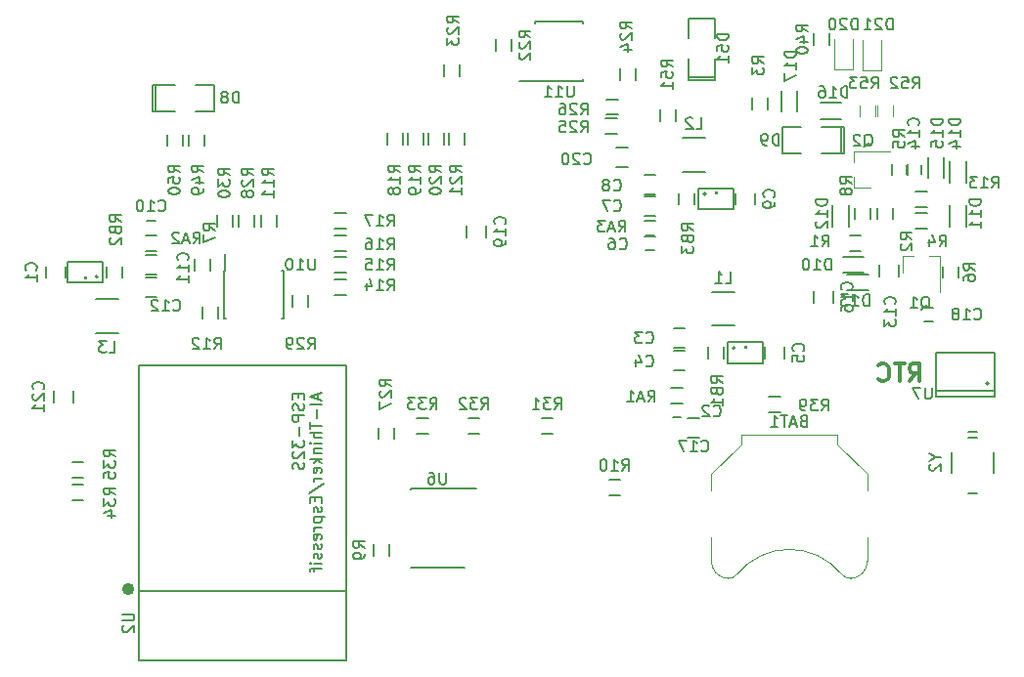
<source format=gbo>
G04 #@! TF.FileFunction,Legend,Bot*
%FSLAX46Y46*%
G04 Gerber Fmt 4.6, Leading zero omitted, Abs format (unit mm)*
G04 Created by KiCad (PCBNEW 4.0.6+dfsg1-1) date Fri Sep 22 15:52:52 2017*
%MOMM*%
%LPD*%
G01*
G04 APERTURE LIST*
%ADD10C,0.100000*%
%ADD11C,0.300000*%
%ADD12C,0.150000*%
%ADD13C,0.120000*%
%ADD14C,0.500000*%
%ADD15C,0.037500*%
G04 APERTURE END LIST*
D10*
D11*
X174967142Y-94356571D02*
X175467142Y-93642286D01*
X175824285Y-94356571D02*
X175824285Y-92856571D01*
X175252857Y-92856571D01*
X175109999Y-92928000D01*
X175038571Y-92999429D01*
X174967142Y-93142286D01*
X174967142Y-93356571D01*
X175038571Y-93499429D01*
X175109999Y-93570857D01*
X175252857Y-93642286D01*
X175824285Y-93642286D01*
X174538571Y-92856571D02*
X173681428Y-92856571D01*
X174109999Y-94356571D02*
X174109999Y-92856571D01*
X172324285Y-94213714D02*
X172395714Y-94285143D01*
X172610000Y-94356571D01*
X172752857Y-94356571D01*
X172967142Y-94285143D01*
X173110000Y-94142286D01*
X173181428Y-93999429D01*
X173252857Y-93713714D01*
X173252857Y-93499429D01*
X173181428Y-93213714D01*
X173110000Y-93070857D01*
X172967142Y-92928000D01*
X172752857Y-92856571D01*
X172610000Y-92856571D01*
X172395714Y-92928000D01*
X172324285Y-92999429D01*
D12*
X153369000Y-70826000D02*
X153369000Y-71826000D01*
X154719000Y-71826000D02*
X154719000Y-70826000D01*
X158108000Y-68024000D02*
X158108000Y-68278000D01*
X158108000Y-68278000D02*
X155822000Y-68278000D01*
X155822000Y-68278000D02*
X155822000Y-68024000D01*
X158108000Y-68024000D02*
X155822000Y-68024000D01*
X155822000Y-68024000D02*
X155822000Y-66373000D01*
X158108000Y-64595000D02*
X158108000Y-62944000D01*
X158108000Y-62944000D02*
X155822000Y-62944000D01*
X155822000Y-62944000D02*
X155822000Y-64595000D01*
X158108000Y-66373000D02*
X158108000Y-68024000D01*
X157870000Y-89565000D02*
X159870000Y-89565000D01*
X159870000Y-86615000D02*
X157870000Y-86615000D01*
X159886803Y-91500000D02*
G75*
G03X159886803Y-91500000I-111803J0D01*
G01*
X159275000Y-92800000D02*
X162275000Y-92800000D01*
X162275000Y-92800000D02*
X162275000Y-91000000D01*
X162275000Y-91000000D02*
X159275000Y-91000000D01*
X159275000Y-91000000D02*
X159275000Y-92800000D01*
X155330000Y-76230000D02*
X157330000Y-76230000D01*
X157330000Y-73280000D02*
X155330000Y-73280000D01*
X157346803Y-78135000D02*
G75*
G03X157346803Y-78135000I-111803J0D01*
G01*
X156735000Y-79435000D02*
X159735000Y-79435000D01*
X159735000Y-79435000D02*
X159735000Y-77635000D01*
X159735000Y-77635000D02*
X156735000Y-77635000D01*
X156735000Y-77635000D02*
X156735000Y-79435000D01*
X106530000Y-87250000D02*
X104530000Y-87250000D01*
X104530000Y-90200000D02*
X106530000Y-90200000D01*
X104736803Y-85315000D02*
G75*
G03X104736803Y-85315000I-111803J0D01*
G01*
X105125000Y-84015000D02*
X102125000Y-84015000D01*
X102125000Y-84015000D02*
X102125000Y-85815000D01*
X102125000Y-85815000D02*
X105125000Y-85815000D01*
X105125000Y-85815000D02*
X105125000Y-84015000D01*
X100235000Y-85415000D02*
X100235000Y-84415000D01*
X101935000Y-84415000D02*
X101935000Y-85415000D01*
X155560000Y-91480000D02*
X154560000Y-91480000D01*
X154560000Y-89780000D02*
X155560000Y-89780000D01*
X155560000Y-93385000D02*
X154560000Y-93385000D01*
X154560000Y-91685000D02*
X155560000Y-91685000D01*
X164165000Y-91400000D02*
X164165000Y-92400000D01*
X162465000Y-92400000D02*
X162465000Y-91400000D01*
X153020000Y-80050000D02*
X152020000Y-80050000D01*
X152020000Y-78350000D02*
X153020000Y-78350000D01*
X153020000Y-78145000D02*
X152020000Y-78145000D01*
X152020000Y-76445000D02*
X153020000Y-76445000D01*
X161625000Y-78065000D02*
X161625000Y-79065000D01*
X159925000Y-79065000D02*
X159925000Y-78065000D01*
X108840000Y-83430000D02*
X109840000Y-83430000D01*
X109840000Y-85130000D02*
X108840000Y-85130000D01*
X108840000Y-85335000D02*
X109840000Y-85335000D01*
X109840000Y-87035000D02*
X108840000Y-87035000D01*
X109721000Y-70945000D02*
X109467000Y-70945000D01*
X109467000Y-70945000D02*
X109467000Y-68659000D01*
X109467000Y-68659000D02*
X109721000Y-68659000D01*
X109721000Y-70945000D02*
X109721000Y-68659000D01*
X109721000Y-68659000D02*
X111372000Y-68659000D01*
X113150000Y-70945000D02*
X114801000Y-70945000D01*
X114801000Y-70945000D02*
X114801000Y-68659000D01*
X114801000Y-68659000D02*
X113150000Y-68659000D01*
X111372000Y-70945000D02*
X109721000Y-70945000D01*
X169030000Y-72342000D02*
X169284000Y-72342000D01*
X169284000Y-72342000D02*
X169284000Y-74628000D01*
X169284000Y-74628000D02*
X169030000Y-74628000D01*
X169030000Y-72342000D02*
X169030000Y-74628000D01*
X169030000Y-74628000D02*
X167379000Y-74628000D01*
X165601000Y-72342000D02*
X163950000Y-72342000D01*
X163950000Y-72342000D02*
X163950000Y-74628000D01*
X163950000Y-74628000D02*
X165601000Y-74628000D01*
X167379000Y-72342000D02*
X169030000Y-72342000D01*
X181857000Y-94567000D02*
G75*
G03X181857000Y-94567000I-127000J0D01*
G01*
X182365000Y-95202000D02*
X177285000Y-95202000D01*
X182365000Y-91900000D02*
X177285000Y-91900000D01*
X182365000Y-95710000D02*
X177285000Y-95710000D01*
X182365000Y-95710000D02*
X182365000Y-91900000D01*
X177285000Y-95710000D02*
X177285000Y-91900000D01*
X174071000Y-84288000D02*
X174071000Y-85288000D01*
X172371000Y-85288000D02*
X172371000Y-84288000D01*
X169200000Y-83580000D02*
X171000000Y-83580000D01*
X169200000Y-84980000D02*
X171000000Y-84980000D01*
X178490000Y-80935000D02*
X178490000Y-79135000D01*
X179890000Y-80935000D02*
X179890000Y-79135000D01*
X177985000Y-74925000D02*
X177985000Y-76725000D01*
X176585000Y-74925000D02*
X176585000Y-76725000D01*
X168330000Y-80935000D02*
X168330000Y-79135000D01*
X169730000Y-80935000D02*
X169730000Y-79135000D01*
D13*
X174435000Y-83520000D02*
X175365000Y-83520000D01*
X177595000Y-83520000D02*
X176665000Y-83520000D01*
X177595000Y-83520000D02*
X177595000Y-86680000D01*
X174435000Y-83520000D02*
X174435000Y-84980000D01*
X170175000Y-77605000D02*
X170175000Y-76675000D01*
X170175000Y-74445000D02*
X170175000Y-75375000D01*
X170175000Y-74445000D02*
X173335000Y-74445000D01*
X170175000Y-77605000D02*
X171635000Y-77605000D01*
D12*
X154510000Y-97510000D02*
X155210000Y-97510000D01*
X155210000Y-96310000D02*
X154510000Y-96310000D01*
X152170000Y-82975000D02*
X152870000Y-82975000D01*
X152870000Y-81775000D02*
X152170000Y-81775000D01*
X109690000Y-80505000D02*
X108990000Y-80505000D01*
X108990000Y-81705000D02*
X109690000Y-81705000D01*
X174780000Y-75675000D02*
X174780000Y-76375000D01*
X175980000Y-76375000D02*
X175980000Y-75675000D01*
X170800000Y-81700000D02*
X169800000Y-81700000D01*
X169800000Y-83050000D02*
X170800000Y-83050000D01*
X172165000Y-79335000D02*
X172165000Y-80335000D01*
X173515000Y-80335000D02*
X173515000Y-79335000D01*
X175515000Y-81145000D02*
X176515000Y-81145000D01*
X176515000Y-79795000D02*
X175515000Y-79795000D01*
X174785000Y-76525000D02*
X174785000Y-75525000D01*
X173435000Y-75525000D02*
X173435000Y-76525000D01*
X179230000Y-85415000D02*
X179230000Y-84415000D01*
X177880000Y-84415000D02*
X177880000Y-85415000D01*
X114460000Y-84780000D02*
X114460000Y-83780000D01*
X113110000Y-83780000D02*
X113110000Y-84780000D01*
X170260000Y-79335000D02*
X170260000Y-80335000D01*
X171610000Y-80335000D02*
X171610000Y-79335000D01*
X129955000Y-109500000D02*
X129955000Y-108500000D01*
X128605000Y-108500000D02*
X128605000Y-109500000D01*
X148972000Y-104259000D02*
X149972000Y-104259000D01*
X149972000Y-102909000D02*
X148972000Y-102909000D01*
X175515000Y-79240000D02*
X176515000Y-79240000D01*
X176515000Y-77890000D02*
X175515000Y-77890000D01*
X155360000Y-94965000D02*
X154360000Y-94965000D01*
X154360000Y-96315000D02*
X155360000Y-96315000D01*
X108840000Y-83050000D02*
X109840000Y-83050000D01*
X109840000Y-81700000D02*
X108840000Y-81700000D01*
X153020000Y-80430000D02*
X152020000Y-80430000D01*
X152020000Y-81780000D02*
X153020000Y-81780000D01*
X158910000Y-92400000D02*
X158910000Y-91400000D01*
X157560000Y-91400000D02*
X157560000Y-92400000D01*
X105490000Y-84415000D02*
X105490000Y-85415000D01*
X106840000Y-85415000D02*
X106840000Y-84415000D01*
X156370000Y-79065000D02*
X156370000Y-78065000D01*
X155020000Y-78065000D02*
X155020000Y-79065000D01*
X125182000Y-86860000D02*
X126182000Y-86860000D01*
X126182000Y-85510000D02*
X125182000Y-85510000D01*
X125182000Y-84954000D02*
X126182000Y-84954000D01*
X126182000Y-83604000D02*
X125182000Y-83604000D01*
X125182000Y-83050000D02*
X126182000Y-83050000D01*
X126182000Y-81700000D02*
X125182000Y-81700000D01*
X125182000Y-81145000D02*
X126182000Y-81145000D01*
X126182000Y-79795000D02*
X125182000Y-79795000D01*
X129747000Y-72858000D02*
X129747000Y-73858000D01*
X131097000Y-73858000D02*
X131097000Y-72858000D01*
X131525000Y-72858000D02*
X131525000Y-73858000D01*
X132875000Y-73858000D02*
X132875000Y-72858000D01*
X133303000Y-72858000D02*
X133303000Y-73858000D01*
X134653000Y-73858000D02*
X134653000Y-72858000D01*
X135081000Y-72858000D02*
X135081000Y-73858000D01*
X136431000Y-73858000D02*
X136431000Y-72858000D01*
X115655000Y-84745000D02*
X115705000Y-84745000D01*
X115655000Y-88895000D02*
X115800000Y-88895000D01*
X120805000Y-88895000D02*
X120660000Y-88895000D01*
X120805000Y-84745000D02*
X120660000Y-84745000D01*
X115655000Y-84745000D02*
X115655000Y-88895000D01*
X120805000Y-84745000D02*
X120805000Y-88895000D01*
X115705000Y-84745000D02*
X115705000Y-83345000D01*
X176300000Y-89198000D02*
X177000000Y-89198000D01*
X177000000Y-87998000D02*
X176300000Y-87998000D01*
X142605000Y-68375000D02*
X142605000Y-68325000D01*
X146755000Y-68375000D02*
X146755000Y-68230000D01*
X146755000Y-63225000D02*
X146755000Y-63370000D01*
X142605000Y-63225000D02*
X142605000Y-63370000D01*
X142605000Y-68375000D02*
X146755000Y-68375000D01*
X142605000Y-63225000D02*
X146755000Y-63225000D01*
X142605000Y-68325000D02*
X141205000Y-68325000D01*
X171400000Y-86504000D02*
X169600000Y-86504000D01*
X171400000Y-85104000D02*
X169600000Y-85104000D01*
X178490000Y-77125000D02*
X178490000Y-75325000D01*
X179890000Y-77125000D02*
X179890000Y-75325000D01*
D14*
X107638415Y-112384338D02*
G75*
G03X107638415Y-112384338I-283981J0D01*
G01*
D12*
X126260434Y-112530338D02*
X108260434Y-112530338D01*
X108260434Y-118530338D02*
X108260434Y-93030338D01*
X126260434Y-118530338D02*
X126260434Y-93030338D01*
X126260434Y-93030338D02*
X108260434Y-93030338D01*
X126260434Y-118530338D02*
X108260434Y-118530338D01*
X167295000Y-70245000D02*
X169095000Y-70245000D01*
X167295000Y-71645000D02*
X169095000Y-71645000D01*
X165285000Y-69210000D02*
X165285000Y-71010000D01*
X163885000Y-69210000D02*
X163885000Y-71010000D01*
X161370000Y-69810000D02*
X161370000Y-70810000D01*
X162720000Y-70810000D02*
X162720000Y-69810000D01*
X139145000Y-64730000D02*
X139145000Y-65730000D01*
X140495000Y-65730000D02*
X140495000Y-64730000D01*
X134700000Y-66932000D02*
X134700000Y-67932000D01*
X136050000Y-67932000D02*
X136050000Y-66932000D01*
X149940000Y-67270000D02*
X149940000Y-68270000D01*
X151290000Y-68270000D02*
X151290000Y-67270000D01*
X148675000Y-72890000D02*
X149675000Y-72890000D01*
X149675000Y-71540000D02*
X148675000Y-71540000D01*
X148780000Y-71275000D02*
X149780000Y-71275000D01*
X149780000Y-69925000D02*
X148780000Y-69925000D01*
X131780000Y-103690000D02*
X131780000Y-103790000D01*
X131780000Y-110515000D02*
X131780000Y-110490000D01*
X136430000Y-110515000D02*
X136430000Y-110490000D01*
X137505000Y-103690000D02*
X131780000Y-103690000D01*
X136430000Y-110515000D02*
X131780000Y-110515000D01*
X120175000Y-80970000D02*
X120175000Y-79970000D01*
X118825000Y-79970000D02*
X118825000Y-80970000D01*
X113805000Y-87900000D02*
X113805000Y-88900000D01*
X115155000Y-88900000D02*
X115155000Y-87900000D01*
X128985000Y-98385000D02*
X128985000Y-99385000D01*
X130335000Y-99385000D02*
X130335000Y-98385000D01*
X118270000Y-80970000D02*
X118270000Y-79970000D01*
X116920000Y-79970000D02*
X116920000Y-80970000D01*
X122955000Y-87900000D02*
X122955000Y-86900000D01*
X121605000Y-86900000D02*
X121605000Y-87900000D01*
X116365000Y-80970000D02*
X116365000Y-79970000D01*
X115015000Y-79970000D02*
X115015000Y-80970000D01*
X143130000Y-98925000D02*
X144130000Y-98925000D01*
X144130000Y-97575000D02*
X143130000Y-97575000D01*
X136780000Y-98925000D02*
X137780000Y-98925000D01*
X137780000Y-97575000D02*
X136780000Y-97575000D01*
X132335000Y-98925000D02*
X133335000Y-98925000D01*
X133335000Y-97575000D02*
X132335000Y-97575000D01*
X103490000Y-103290000D02*
X102490000Y-103290000D01*
X102490000Y-104640000D02*
X103490000Y-104640000D01*
X180079000Y-99266000D02*
X180841000Y-99266000D01*
X182260000Y-100525000D02*
X182260000Y-102325000D01*
X180860000Y-104125000D02*
X180060000Y-104125000D01*
X178660000Y-102325000D02*
X178660000Y-100525000D01*
X180060000Y-98725000D02*
X180860000Y-98725000D01*
X103490000Y-101385000D02*
X102490000Y-101385000D01*
X102490000Y-102735000D02*
X103490000Y-102735000D01*
X168356000Y-86574000D02*
X168356000Y-87574000D01*
X166656000Y-87574000D02*
X166656000Y-86574000D01*
X162815000Y-97020000D02*
X163815000Y-97020000D01*
X163815000Y-95670000D02*
X162815000Y-95670000D01*
X166704000Y-64222000D02*
X166704000Y-65222000D01*
X168054000Y-65222000D02*
X168054000Y-64222000D01*
X156780000Y-99250000D02*
X155780000Y-99250000D01*
X155780000Y-97550000D02*
X156780000Y-97550000D01*
X138330000Y-80900000D02*
X138330000Y-81900000D01*
X136630000Y-81900000D02*
X136630000Y-80900000D01*
X149580000Y-74150000D02*
X150580000Y-74150000D01*
X150580000Y-75850000D02*
X149580000Y-75850000D01*
X100870000Y-96210000D02*
X100870000Y-95210000D01*
X102570000Y-95210000D02*
X102570000Y-96210000D01*
X112602000Y-72985000D02*
X112602000Y-73985000D01*
X113952000Y-73985000D02*
X113952000Y-72985000D01*
X110697000Y-72985000D02*
X110697000Y-73985000D01*
X112047000Y-73985000D02*
X112047000Y-72985000D01*
D13*
X170084000Y-67338000D02*
X168484000Y-67338000D01*
X168484000Y-67338000D02*
X168484000Y-64738000D01*
X170084000Y-67338000D02*
X170084000Y-64738000D01*
X172497000Y-67431000D02*
X170897000Y-67431000D01*
X170897000Y-67431000D02*
X170897000Y-64831000D01*
X172497000Y-67431000D02*
X172497000Y-64831000D01*
X172160000Y-70445000D02*
X172160000Y-71445000D01*
X173520000Y-71445000D02*
X173520000Y-70445000D01*
X170636000Y-70445000D02*
X170636000Y-71445000D01*
X171996000Y-71445000D02*
X171996000Y-70445000D01*
X159170385Y-111454160D02*
G75*
G03X160085000Y-111070000I124615J984160D01*
G01*
X169999615Y-111454160D02*
G75*
G02X169085000Y-111070000I-124615J984160D01*
G01*
X160094339Y-111058671D02*
G75*
G02X169085000Y-111070000I4490661J-3711329D01*
G01*
X157835000Y-109920000D02*
G75*
G03X159285000Y-111470000I1500000J-50000D01*
G01*
X171335000Y-109920000D02*
G75*
G02X169885000Y-111470000I-1500000J-50000D01*
G01*
X157835000Y-107870000D02*
X157835000Y-109970000D01*
X171335000Y-107870000D02*
X171335000Y-109970000D01*
X171335000Y-103870000D02*
X171335000Y-102420000D01*
X171335000Y-102420000D02*
X168735000Y-99820000D01*
X168735000Y-99820000D02*
X168735000Y-99020000D01*
X168735000Y-99020000D02*
X160435000Y-99020000D01*
X160435000Y-99020000D02*
X160435000Y-99820000D01*
X160435000Y-99820000D02*
X157835000Y-102420000D01*
X157835000Y-102420000D02*
X157835000Y-103870000D01*
D12*
X154496381Y-67127143D02*
X154020190Y-66793809D01*
X154496381Y-66555714D02*
X153496381Y-66555714D01*
X153496381Y-66936667D01*
X153544000Y-67031905D01*
X153591619Y-67079524D01*
X153686857Y-67127143D01*
X153829714Y-67127143D01*
X153924952Y-67079524D01*
X153972571Y-67031905D01*
X154020190Y-66936667D01*
X154020190Y-66555714D01*
X153496381Y-68031905D02*
X153496381Y-67555714D01*
X153972571Y-67508095D01*
X153924952Y-67555714D01*
X153877333Y-67650952D01*
X153877333Y-67889048D01*
X153924952Y-67984286D01*
X153972571Y-68031905D01*
X154067810Y-68079524D01*
X154305905Y-68079524D01*
X154401143Y-68031905D01*
X154448762Y-67984286D01*
X154496381Y-67889048D01*
X154496381Y-67650952D01*
X154448762Y-67555714D01*
X154401143Y-67508095D01*
X154496381Y-69031905D02*
X154496381Y-68460476D01*
X154496381Y-68746190D02*
X153496381Y-68746190D01*
X153639238Y-68650952D01*
X153734476Y-68555714D01*
X153782095Y-68460476D01*
X159322381Y-64269714D02*
X158322381Y-64269714D01*
X158322381Y-64507809D01*
X158370000Y-64650667D01*
X158465238Y-64745905D01*
X158560476Y-64793524D01*
X158750952Y-64841143D01*
X158893810Y-64841143D01*
X159084286Y-64793524D01*
X159179524Y-64745905D01*
X159274762Y-64650667D01*
X159322381Y-64507809D01*
X159322381Y-64269714D01*
X158322381Y-65745905D02*
X158322381Y-65269714D01*
X158798571Y-65222095D01*
X158750952Y-65269714D01*
X158703333Y-65364952D01*
X158703333Y-65603048D01*
X158750952Y-65698286D01*
X158798571Y-65745905D01*
X158893810Y-65793524D01*
X159131905Y-65793524D01*
X159227143Y-65745905D01*
X159274762Y-65698286D01*
X159322381Y-65603048D01*
X159322381Y-65364952D01*
X159274762Y-65269714D01*
X159227143Y-65222095D01*
X159322381Y-66745905D02*
X159322381Y-66174476D01*
X159322381Y-66460190D02*
X158322381Y-66460190D01*
X158465238Y-66364952D01*
X158560476Y-66269714D01*
X158608095Y-66174476D01*
X159036666Y-85842381D02*
X159512857Y-85842381D01*
X159512857Y-84842381D01*
X158179523Y-85842381D02*
X158750952Y-85842381D01*
X158465238Y-85842381D02*
X158465238Y-84842381D01*
X158560476Y-84985238D01*
X158655714Y-85080476D01*
X158750952Y-85128095D01*
D15*
X160889286Y-91317857D02*
X160889286Y-91439286D01*
X160882143Y-91453571D01*
X160875000Y-91460714D01*
X160860714Y-91467857D01*
X160832143Y-91467857D01*
X160817857Y-91460714D01*
X160810714Y-91453571D01*
X160803571Y-91439286D01*
X160803571Y-91317857D01*
X160746428Y-91317857D02*
X160653571Y-91317857D01*
X160703571Y-91375000D01*
X160682143Y-91375000D01*
X160667857Y-91382143D01*
X160660714Y-91389286D01*
X160653571Y-91403571D01*
X160653571Y-91439286D01*
X160660714Y-91453571D01*
X160667857Y-91460714D01*
X160682143Y-91467857D01*
X160725000Y-91467857D01*
X160739286Y-91460714D01*
X160746428Y-91453571D01*
D12*
X156496666Y-72507381D02*
X156972857Y-72507381D01*
X156972857Y-71507381D01*
X156210952Y-71602619D02*
X156163333Y-71555000D01*
X156068095Y-71507381D01*
X155829999Y-71507381D01*
X155734761Y-71555000D01*
X155687142Y-71602619D01*
X155639523Y-71697857D01*
X155639523Y-71793095D01*
X155687142Y-71935952D01*
X156258571Y-72507381D01*
X155639523Y-72507381D01*
D15*
X158349286Y-77952857D02*
X158349286Y-78074286D01*
X158342143Y-78088571D01*
X158335000Y-78095714D01*
X158320714Y-78102857D01*
X158292143Y-78102857D01*
X158277857Y-78095714D01*
X158270714Y-78088571D01*
X158263571Y-78074286D01*
X158263571Y-77952857D01*
X158127857Y-78002857D02*
X158127857Y-78102857D01*
X158163571Y-77945714D02*
X158199286Y-78052857D01*
X158106428Y-78052857D01*
D12*
X105696666Y-91877381D02*
X106172857Y-91877381D01*
X106172857Y-90877381D01*
X105458571Y-90877381D02*
X104839523Y-90877381D01*
X105172857Y-91258333D01*
X105029999Y-91258333D01*
X104934761Y-91305952D01*
X104887142Y-91353571D01*
X104839523Y-91448810D01*
X104839523Y-91686905D01*
X104887142Y-91782143D01*
X104934761Y-91829762D01*
X105029999Y-91877381D01*
X105315714Y-91877381D01*
X105410952Y-91829762D01*
X105458571Y-91782143D01*
D15*
X103739286Y-85332857D02*
X103739286Y-85454286D01*
X103732143Y-85468571D01*
X103725000Y-85475714D01*
X103710714Y-85482857D01*
X103682143Y-85482857D01*
X103667857Y-85475714D01*
X103660714Y-85468571D01*
X103653571Y-85454286D01*
X103653571Y-85332857D01*
X103510714Y-85332857D02*
X103582143Y-85332857D01*
X103589286Y-85404286D01*
X103582143Y-85397143D01*
X103567857Y-85390000D01*
X103532143Y-85390000D01*
X103517857Y-85397143D01*
X103510714Y-85404286D01*
X103503571Y-85418571D01*
X103503571Y-85454286D01*
X103510714Y-85468571D01*
X103517857Y-85475714D01*
X103532143Y-85482857D01*
X103567857Y-85482857D01*
X103582143Y-85475714D01*
X103589286Y-85468571D01*
D12*
X99342143Y-84748334D02*
X99389762Y-84700715D01*
X99437381Y-84557858D01*
X99437381Y-84462620D01*
X99389762Y-84319762D01*
X99294524Y-84224524D01*
X99199286Y-84176905D01*
X99008810Y-84129286D01*
X98865952Y-84129286D01*
X98675476Y-84176905D01*
X98580238Y-84224524D01*
X98485000Y-84319762D01*
X98437381Y-84462620D01*
X98437381Y-84557858D01*
X98485000Y-84700715D01*
X98532619Y-84748334D01*
X99437381Y-85700715D02*
X99437381Y-85129286D01*
X99437381Y-85415000D02*
X98437381Y-85415000D01*
X98580238Y-85319762D01*
X98675476Y-85224524D01*
X98723095Y-85129286D01*
X152178666Y-90987143D02*
X152226285Y-91034762D01*
X152369142Y-91082381D01*
X152464380Y-91082381D01*
X152607238Y-91034762D01*
X152702476Y-90939524D01*
X152750095Y-90844286D01*
X152797714Y-90653810D01*
X152797714Y-90510952D01*
X152750095Y-90320476D01*
X152702476Y-90225238D01*
X152607238Y-90130000D01*
X152464380Y-90082381D01*
X152369142Y-90082381D01*
X152226285Y-90130000D01*
X152178666Y-90177619D01*
X151845333Y-90082381D02*
X151226285Y-90082381D01*
X151559619Y-90463333D01*
X151416761Y-90463333D01*
X151321523Y-90510952D01*
X151273904Y-90558571D01*
X151226285Y-90653810D01*
X151226285Y-90891905D01*
X151273904Y-90987143D01*
X151321523Y-91034762D01*
X151416761Y-91082381D01*
X151702476Y-91082381D01*
X151797714Y-91034762D01*
X151845333Y-90987143D01*
X152178666Y-93019143D02*
X152226285Y-93066762D01*
X152369142Y-93114381D01*
X152464380Y-93114381D01*
X152607238Y-93066762D01*
X152702476Y-92971524D01*
X152750095Y-92876286D01*
X152797714Y-92685810D01*
X152797714Y-92542952D01*
X152750095Y-92352476D01*
X152702476Y-92257238D01*
X152607238Y-92162000D01*
X152464380Y-92114381D01*
X152369142Y-92114381D01*
X152226285Y-92162000D01*
X152178666Y-92209619D01*
X151321523Y-92447714D02*
X151321523Y-93114381D01*
X151559619Y-92066762D02*
X151797714Y-92781048D01*
X151178666Y-92781048D01*
X165772143Y-91733334D02*
X165819762Y-91685715D01*
X165867381Y-91542858D01*
X165867381Y-91447620D01*
X165819762Y-91304762D01*
X165724524Y-91209524D01*
X165629286Y-91161905D01*
X165438810Y-91114286D01*
X165295952Y-91114286D01*
X165105476Y-91161905D01*
X165010238Y-91209524D01*
X164915000Y-91304762D01*
X164867381Y-91447620D01*
X164867381Y-91542858D01*
X164915000Y-91685715D01*
X164962619Y-91733334D01*
X164867381Y-92638096D02*
X164867381Y-92161905D01*
X165343571Y-92114286D01*
X165295952Y-92161905D01*
X165248333Y-92257143D01*
X165248333Y-92495239D01*
X165295952Y-92590477D01*
X165343571Y-92638096D01*
X165438810Y-92685715D01*
X165676905Y-92685715D01*
X165772143Y-92638096D01*
X165819762Y-92590477D01*
X165867381Y-92495239D01*
X165867381Y-92257143D01*
X165819762Y-92161905D01*
X165772143Y-92114286D01*
X149384666Y-79557143D02*
X149432285Y-79604762D01*
X149575142Y-79652381D01*
X149670380Y-79652381D01*
X149813238Y-79604762D01*
X149908476Y-79509524D01*
X149956095Y-79414286D01*
X150003714Y-79223810D01*
X150003714Y-79080952D01*
X149956095Y-78890476D01*
X149908476Y-78795238D01*
X149813238Y-78700000D01*
X149670380Y-78652381D01*
X149575142Y-78652381D01*
X149432285Y-78700000D01*
X149384666Y-78747619D01*
X149051333Y-78652381D02*
X148384666Y-78652381D01*
X148813238Y-79652381D01*
X149384666Y-77779143D02*
X149432285Y-77826762D01*
X149575142Y-77874381D01*
X149670380Y-77874381D01*
X149813238Y-77826762D01*
X149908476Y-77731524D01*
X149956095Y-77636286D01*
X150003714Y-77445810D01*
X150003714Y-77302952D01*
X149956095Y-77112476D01*
X149908476Y-77017238D01*
X149813238Y-76922000D01*
X149670380Y-76874381D01*
X149575142Y-76874381D01*
X149432285Y-76922000D01*
X149384666Y-76969619D01*
X148813238Y-77302952D02*
X148908476Y-77255333D01*
X148956095Y-77207714D01*
X149003714Y-77112476D01*
X149003714Y-77064857D01*
X148956095Y-76969619D01*
X148908476Y-76922000D01*
X148813238Y-76874381D01*
X148622761Y-76874381D01*
X148527523Y-76922000D01*
X148479904Y-76969619D01*
X148432285Y-77064857D01*
X148432285Y-77112476D01*
X148479904Y-77207714D01*
X148527523Y-77255333D01*
X148622761Y-77302952D01*
X148813238Y-77302952D01*
X148908476Y-77350571D01*
X148956095Y-77398190D01*
X149003714Y-77493429D01*
X149003714Y-77683905D01*
X148956095Y-77779143D01*
X148908476Y-77826762D01*
X148813238Y-77874381D01*
X148622761Y-77874381D01*
X148527523Y-77826762D01*
X148479904Y-77779143D01*
X148432285Y-77683905D01*
X148432285Y-77493429D01*
X148479904Y-77398190D01*
X148527523Y-77350571D01*
X148622761Y-77302952D01*
X163232143Y-78398334D02*
X163279762Y-78350715D01*
X163327381Y-78207858D01*
X163327381Y-78112620D01*
X163279762Y-77969762D01*
X163184524Y-77874524D01*
X163089286Y-77826905D01*
X162898810Y-77779286D01*
X162755952Y-77779286D01*
X162565476Y-77826905D01*
X162470238Y-77874524D01*
X162375000Y-77969762D01*
X162327381Y-78112620D01*
X162327381Y-78207858D01*
X162375000Y-78350715D01*
X162422619Y-78398334D01*
X163327381Y-78874524D02*
X163327381Y-79065000D01*
X163279762Y-79160239D01*
X163232143Y-79207858D01*
X163089286Y-79303096D01*
X162898810Y-79350715D01*
X162517857Y-79350715D01*
X162422619Y-79303096D01*
X162375000Y-79255477D01*
X162327381Y-79160239D01*
X162327381Y-78969762D01*
X162375000Y-78874524D01*
X162422619Y-78826905D01*
X162517857Y-78779286D01*
X162755952Y-78779286D01*
X162851190Y-78826905D01*
X162898810Y-78874524D01*
X162946429Y-78969762D01*
X162946429Y-79160239D01*
X162898810Y-79255477D01*
X162851190Y-79303096D01*
X162755952Y-79350715D01*
X112491143Y-83891143D02*
X112538762Y-83843524D01*
X112586381Y-83700667D01*
X112586381Y-83605429D01*
X112538762Y-83462571D01*
X112443524Y-83367333D01*
X112348286Y-83319714D01*
X112157810Y-83272095D01*
X112014952Y-83272095D01*
X111824476Y-83319714D01*
X111729238Y-83367333D01*
X111634000Y-83462571D01*
X111586381Y-83605429D01*
X111586381Y-83700667D01*
X111634000Y-83843524D01*
X111681619Y-83891143D01*
X112586381Y-84843524D02*
X112586381Y-84272095D01*
X112586381Y-84557809D02*
X111586381Y-84557809D01*
X111729238Y-84462571D01*
X111824476Y-84367333D01*
X111872095Y-84272095D01*
X112586381Y-85795905D02*
X112586381Y-85224476D01*
X112586381Y-85510190D02*
X111586381Y-85510190D01*
X111729238Y-85414952D01*
X111824476Y-85319714D01*
X111872095Y-85224476D01*
X111252857Y-88193143D02*
X111300476Y-88240762D01*
X111443333Y-88288381D01*
X111538571Y-88288381D01*
X111681429Y-88240762D01*
X111776667Y-88145524D01*
X111824286Y-88050286D01*
X111871905Y-87859810D01*
X111871905Y-87716952D01*
X111824286Y-87526476D01*
X111776667Y-87431238D01*
X111681429Y-87336000D01*
X111538571Y-87288381D01*
X111443333Y-87288381D01*
X111300476Y-87336000D01*
X111252857Y-87383619D01*
X110300476Y-88288381D02*
X110871905Y-88288381D01*
X110586191Y-88288381D02*
X110586191Y-87288381D01*
X110681429Y-87431238D01*
X110776667Y-87526476D01*
X110871905Y-87574095D01*
X109919524Y-87383619D02*
X109871905Y-87336000D01*
X109776667Y-87288381D01*
X109538571Y-87288381D01*
X109443333Y-87336000D01*
X109395714Y-87383619D01*
X109348095Y-87478857D01*
X109348095Y-87574095D01*
X109395714Y-87716952D01*
X109967143Y-88288381D01*
X109348095Y-88288381D01*
X116936095Y-70254381D02*
X116936095Y-69254381D01*
X116698000Y-69254381D01*
X116555142Y-69302000D01*
X116459904Y-69397238D01*
X116412285Y-69492476D01*
X116364666Y-69682952D01*
X116364666Y-69825810D01*
X116412285Y-70016286D01*
X116459904Y-70111524D01*
X116555142Y-70206762D01*
X116698000Y-70254381D01*
X116936095Y-70254381D01*
X115793238Y-69682952D02*
X115888476Y-69635333D01*
X115936095Y-69587714D01*
X115983714Y-69492476D01*
X115983714Y-69444857D01*
X115936095Y-69349619D01*
X115888476Y-69302000D01*
X115793238Y-69254381D01*
X115602761Y-69254381D01*
X115507523Y-69302000D01*
X115459904Y-69349619D01*
X115412285Y-69444857D01*
X115412285Y-69492476D01*
X115459904Y-69587714D01*
X115507523Y-69635333D01*
X115602761Y-69682952D01*
X115793238Y-69682952D01*
X115888476Y-69730571D01*
X115936095Y-69778190D01*
X115983714Y-69873429D01*
X115983714Y-70063905D01*
X115936095Y-70159143D01*
X115888476Y-70206762D01*
X115793238Y-70254381D01*
X115602761Y-70254381D01*
X115507523Y-70206762D01*
X115459904Y-70159143D01*
X115412285Y-70063905D01*
X115412285Y-69873429D01*
X115459904Y-69778190D01*
X115507523Y-69730571D01*
X115602761Y-69682952D01*
X163672095Y-73937381D02*
X163672095Y-72937381D01*
X163434000Y-72937381D01*
X163291142Y-72985000D01*
X163195904Y-73080238D01*
X163148285Y-73175476D01*
X163100666Y-73365952D01*
X163100666Y-73508810D01*
X163148285Y-73699286D01*
X163195904Y-73794524D01*
X163291142Y-73889762D01*
X163434000Y-73937381D01*
X163672095Y-73937381D01*
X162624476Y-73937381D02*
X162434000Y-73937381D01*
X162338761Y-73889762D01*
X162291142Y-73842143D01*
X162195904Y-73699286D01*
X162148285Y-73508810D01*
X162148285Y-73127857D01*
X162195904Y-73032619D01*
X162243523Y-72985000D01*
X162338761Y-72937381D01*
X162529238Y-72937381D01*
X162624476Y-72985000D01*
X162672095Y-73032619D01*
X162719714Y-73127857D01*
X162719714Y-73365952D01*
X162672095Y-73461190D01*
X162624476Y-73508810D01*
X162529238Y-73556429D01*
X162338761Y-73556429D01*
X162243523Y-73508810D01*
X162195904Y-73461190D01*
X162148285Y-73365952D01*
X176903905Y-94908381D02*
X176903905Y-95717905D01*
X176856286Y-95813143D01*
X176808667Y-95860762D01*
X176713429Y-95908381D01*
X176522952Y-95908381D01*
X176427714Y-95860762D01*
X176380095Y-95813143D01*
X176332476Y-95717905D01*
X176332476Y-94908381D01*
X175951524Y-94908381D02*
X175284857Y-94908381D01*
X175713429Y-95908381D01*
X173705143Y-87701143D02*
X173752762Y-87653524D01*
X173800381Y-87510667D01*
X173800381Y-87415429D01*
X173752762Y-87272571D01*
X173657524Y-87177333D01*
X173562286Y-87129714D01*
X173371810Y-87082095D01*
X173228952Y-87082095D01*
X173038476Y-87129714D01*
X172943238Y-87177333D01*
X172848000Y-87272571D01*
X172800381Y-87415429D01*
X172800381Y-87510667D01*
X172848000Y-87653524D01*
X172895619Y-87701143D01*
X173800381Y-88653524D02*
X173800381Y-88082095D01*
X173800381Y-88367809D02*
X172800381Y-88367809D01*
X172943238Y-88272571D01*
X173038476Y-88177333D01*
X173086095Y-88082095D01*
X172800381Y-88986857D02*
X172800381Y-89605905D01*
X173181333Y-89272571D01*
X173181333Y-89415429D01*
X173228952Y-89510667D01*
X173276571Y-89558286D01*
X173371810Y-89605905D01*
X173609905Y-89605905D01*
X173705143Y-89558286D01*
X173752762Y-89510667D01*
X173800381Y-89415429D01*
X173800381Y-89129714D01*
X173752762Y-89034476D01*
X173705143Y-88986857D01*
X168212286Y-84732381D02*
X168212286Y-83732381D01*
X167974191Y-83732381D01*
X167831333Y-83780000D01*
X167736095Y-83875238D01*
X167688476Y-83970476D01*
X167640857Y-84160952D01*
X167640857Y-84303810D01*
X167688476Y-84494286D01*
X167736095Y-84589524D01*
X167831333Y-84684762D01*
X167974191Y-84732381D01*
X168212286Y-84732381D01*
X166688476Y-84732381D02*
X167259905Y-84732381D01*
X166974191Y-84732381D02*
X166974191Y-83732381D01*
X167069429Y-83875238D01*
X167164667Y-83970476D01*
X167259905Y-84018095D01*
X166069429Y-83732381D02*
X165974190Y-83732381D01*
X165878952Y-83780000D01*
X165831333Y-83827619D01*
X165783714Y-83922857D01*
X165736095Y-84113333D01*
X165736095Y-84351429D01*
X165783714Y-84541905D01*
X165831333Y-84637143D01*
X165878952Y-84684762D01*
X165974190Y-84732381D01*
X166069429Y-84732381D01*
X166164667Y-84684762D01*
X166212286Y-84637143D01*
X166259905Y-84541905D01*
X166307524Y-84351429D01*
X166307524Y-84113333D01*
X166259905Y-83922857D01*
X166212286Y-83827619D01*
X166164667Y-83780000D01*
X166069429Y-83732381D01*
X181166381Y-78620714D02*
X180166381Y-78620714D01*
X180166381Y-78858809D01*
X180214000Y-79001667D01*
X180309238Y-79096905D01*
X180404476Y-79144524D01*
X180594952Y-79192143D01*
X180737810Y-79192143D01*
X180928286Y-79144524D01*
X181023524Y-79096905D01*
X181118762Y-79001667D01*
X181166381Y-78858809D01*
X181166381Y-78620714D01*
X181166381Y-80144524D02*
X181166381Y-79573095D01*
X181166381Y-79858809D02*
X180166381Y-79858809D01*
X180309238Y-79763571D01*
X180404476Y-79668333D01*
X180452095Y-79573095D01*
X181166381Y-81096905D02*
X181166381Y-80525476D01*
X181166381Y-80811190D02*
X180166381Y-80811190D01*
X180309238Y-80715952D01*
X180404476Y-80620714D01*
X180452095Y-80525476D01*
X177864381Y-71635714D02*
X176864381Y-71635714D01*
X176864381Y-71873809D01*
X176912000Y-72016667D01*
X177007238Y-72111905D01*
X177102476Y-72159524D01*
X177292952Y-72207143D01*
X177435810Y-72207143D01*
X177626286Y-72159524D01*
X177721524Y-72111905D01*
X177816762Y-72016667D01*
X177864381Y-71873809D01*
X177864381Y-71635714D01*
X177864381Y-73159524D02*
X177864381Y-72588095D01*
X177864381Y-72873809D02*
X176864381Y-72873809D01*
X177007238Y-72778571D01*
X177102476Y-72683333D01*
X177150095Y-72588095D01*
X176864381Y-74064286D02*
X176864381Y-73588095D01*
X177340571Y-73540476D01*
X177292952Y-73588095D01*
X177245333Y-73683333D01*
X177245333Y-73921429D01*
X177292952Y-74016667D01*
X177340571Y-74064286D01*
X177435810Y-74111905D01*
X177673905Y-74111905D01*
X177769143Y-74064286D01*
X177816762Y-74016667D01*
X177864381Y-73921429D01*
X177864381Y-73683333D01*
X177816762Y-73588095D01*
X177769143Y-73540476D01*
X167882381Y-78620714D02*
X166882381Y-78620714D01*
X166882381Y-78858809D01*
X166930000Y-79001667D01*
X167025238Y-79096905D01*
X167120476Y-79144524D01*
X167310952Y-79192143D01*
X167453810Y-79192143D01*
X167644286Y-79144524D01*
X167739524Y-79096905D01*
X167834762Y-79001667D01*
X167882381Y-78858809D01*
X167882381Y-78620714D01*
X167882381Y-80144524D02*
X167882381Y-79573095D01*
X167882381Y-79858809D02*
X166882381Y-79858809D01*
X167025238Y-79763571D01*
X167120476Y-79668333D01*
X167168095Y-79573095D01*
X166977619Y-80525476D02*
X166930000Y-80573095D01*
X166882381Y-80668333D01*
X166882381Y-80906429D01*
X166930000Y-81001667D01*
X166977619Y-81049286D01*
X167072857Y-81096905D01*
X167168095Y-81096905D01*
X167310952Y-81049286D01*
X167882381Y-80477857D01*
X167882381Y-81096905D01*
X175983238Y-88129619D02*
X176078476Y-88082000D01*
X176173714Y-87986762D01*
X176316571Y-87843905D01*
X176411810Y-87796286D01*
X176507048Y-87796286D01*
X176459429Y-88034381D02*
X176554667Y-87986762D01*
X176649905Y-87891524D01*
X176697524Y-87701048D01*
X176697524Y-87367714D01*
X176649905Y-87177238D01*
X176554667Y-87082000D01*
X176459429Y-87034381D01*
X176268952Y-87034381D01*
X176173714Y-87082000D01*
X176078476Y-87177238D01*
X176030857Y-87367714D01*
X176030857Y-87701048D01*
X176078476Y-87891524D01*
X176173714Y-87986762D01*
X176268952Y-88034381D01*
X176459429Y-88034381D01*
X175078476Y-88034381D02*
X175649905Y-88034381D01*
X175364191Y-88034381D02*
X175364191Y-87034381D01*
X175459429Y-87177238D01*
X175554667Y-87272476D01*
X175649905Y-87320095D01*
X171030238Y-74072619D02*
X171125476Y-74025000D01*
X171220714Y-73929762D01*
X171363571Y-73786905D01*
X171458810Y-73739286D01*
X171554048Y-73739286D01*
X171506429Y-73977381D02*
X171601667Y-73929762D01*
X171696905Y-73834524D01*
X171744524Y-73644048D01*
X171744524Y-73310714D01*
X171696905Y-73120238D01*
X171601667Y-73025000D01*
X171506429Y-72977381D01*
X171315952Y-72977381D01*
X171220714Y-73025000D01*
X171125476Y-73120238D01*
X171077857Y-73310714D01*
X171077857Y-73644048D01*
X171125476Y-73834524D01*
X171220714Y-73929762D01*
X171315952Y-73977381D01*
X171506429Y-73977381D01*
X170696905Y-73072619D02*
X170649286Y-73025000D01*
X170554048Y-72977381D01*
X170315952Y-72977381D01*
X170220714Y-73025000D01*
X170173095Y-73072619D01*
X170125476Y-73167857D01*
X170125476Y-73263095D01*
X170173095Y-73405952D01*
X170744524Y-73977381D01*
X170125476Y-73977381D01*
X158020666Y-97337143D02*
X158068285Y-97384762D01*
X158211142Y-97432381D01*
X158306380Y-97432381D01*
X158449238Y-97384762D01*
X158544476Y-97289524D01*
X158592095Y-97194286D01*
X158639714Y-97003810D01*
X158639714Y-96860952D01*
X158592095Y-96670476D01*
X158544476Y-96575238D01*
X158449238Y-96480000D01*
X158306380Y-96432381D01*
X158211142Y-96432381D01*
X158068285Y-96480000D01*
X158020666Y-96527619D01*
X157639714Y-96527619D02*
X157592095Y-96480000D01*
X157496857Y-96432381D01*
X157258761Y-96432381D01*
X157163523Y-96480000D01*
X157115904Y-96527619D01*
X157068285Y-96622857D01*
X157068285Y-96718095D01*
X157115904Y-96860952D01*
X157687333Y-97432381D01*
X157068285Y-97432381D01*
X149892666Y-82859143D02*
X149940285Y-82906762D01*
X150083142Y-82954381D01*
X150178380Y-82954381D01*
X150321238Y-82906762D01*
X150416476Y-82811524D01*
X150464095Y-82716286D01*
X150511714Y-82525810D01*
X150511714Y-82382952D01*
X150464095Y-82192476D01*
X150416476Y-82097238D01*
X150321238Y-82002000D01*
X150178380Y-81954381D01*
X150083142Y-81954381D01*
X149940285Y-82002000D01*
X149892666Y-82049619D01*
X149035523Y-81954381D02*
X149226000Y-81954381D01*
X149321238Y-82002000D01*
X149368857Y-82049619D01*
X149464095Y-82192476D01*
X149511714Y-82382952D01*
X149511714Y-82763905D01*
X149464095Y-82859143D01*
X149416476Y-82906762D01*
X149321238Y-82954381D01*
X149130761Y-82954381D01*
X149035523Y-82906762D01*
X148987904Y-82859143D01*
X148940285Y-82763905D01*
X148940285Y-82525810D01*
X148987904Y-82430571D01*
X149035523Y-82382952D01*
X149130761Y-82335333D01*
X149321238Y-82335333D01*
X149416476Y-82382952D01*
X149464095Y-82430571D01*
X149511714Y-82525810D01*
X109982857Y-79562143D02*
X110030476Y-79609762D01*
X110173333Y-79657381D01*
X110268571Y-79657381D01*
X110411429Y-79609762D01*
X110506667Y-79514524D01*
X110554286Y-79419286D01*
X110601905Y-79228810D01*
X110601905Y-79085952D01*
X110554286Y-78895476D01*
X110506667Y-78800238D01*
X110411429Y-78705000D01*
X110268571Y-78657381D01*
X110173333Y-78657381D01*
X110030476Y-78705000D01*
X109982857Y-78752619D01*
X109030476Y-79657381D02*
X109601905Y-79657381D01*
X109316191Y-79657381D02*
X109316191Y-78657381D01*
X109411429Y-78800238D01*
X109506667Y-78895476D01*
X109601905Y-78943095D01*
X108411429Y-78657381D02*
X108316190Y-78657381D01*
X108220952Y-78705000D01*
X108173333Y-78752619D01*
X108125714Y-78847857D01*
X108078095Y-79038333D01*
X108078095Y-79276429D01*
X108125714Y-79466905D01*
X108173333Y-79562143D01*
X108220952Y-79609762D01*
X108316190Y-79657381D01*
X108411429Y-79657381D01*
X108506667Y-79609762D01*
X108554286Y-79562143D01*
X108601905Y-79466905D01*
X108649524Y-79276429D01*
X108649524Y-79038333D01*
X108601905Y-78847857D01*
X108554286Y-78752619D01*
X108506667Y-78705000D01*
X108411429Y-78657381D01*
X175737143Y-72207143D02*
X175784762Y-72159524D01*
X175832381Y-72016667D01*
X175832381Y-71921429D01*
X175784762Y-71778571D01*
X175689524Y-71683333D01*
X175594286Y-71635714D01*
X175403810Y-71588095D01*
X175260952Y-71588095D01*
X175070476Y-71635714D01*
X174975238Y-71683333D01*
X174880000Y-71778571D01*
X174832381Y-71921429D01*
X174832381Y-72016667D01*
X174880000Y-72159524D01*
X174927619Y-72207143D01*
X175832381Y-73159524D02*
X175832381Y-72588095D01*
X175832381Y-72873809D02*
X174832381Y-72873809D01*
X174975238Y-72778571D01*
X175070476Y-72683333D01*
X175118095Y-72588095D01*
X175165714Y-74016667D02*
X175832381Y-74016667D01*
X174784762Y-73778571D02*
X175499048Y-73540476D01*
X175499048Y-74159524D01*
X167418666Y-82700381D02*
X167752000Y-82224190D01*
X167990095Y-82700381D02*
X167990095Y-81700381D01*
X167609142Y-81700381D01*
X167513904Y-81748000D01*
X167466285Y-81795619D01*
X167418666Y-81890857D01*
X167418666Y-82033714D01*
X167466285Y-82128952D01*
X167513904Y-82176571D01*
X167609142Y-82224190D01*
X167990095Y-82224190D01*
X166466285Y-82700381D02*
X167037714Y-82700381D01*
X166752000Y-82700381D02*
X166752000Y-81700381D01*
X166847238Y-81843238D01*
X166942476Y-81938476D01*
X167037714Y-81986095D01*
X175192381Y-82081334D02*
X174716190Y-81748000D01*
X175192381Y-81509905D02*
X174192381Y-81509905D01*
X174192381Y-81890858D01*
X174240000Y-81986096D01*
X174287619Y-82033715D01*
X174382857Y-82081334D01*
X174525714Y-82081334D01*
X174620952Y-82033715D01*
X174668571Y-81986096D01*
X174716190Y-81890858D01*
X174716190Y-81509905D01*
X174287619Y-82462286D02*
X174240000Y-82509905D01*
X174192381Y-82605143D01*
X174192381Y-82843239D01*
X174240000Y-82938477D01*
X174287619Y-82986096D01*
X174382857Y-83033715D01*
X174478095Y-83033715D01*
X174620952Y-82986096D01*
X175192381Y-82414667D01*
X175192381Y-83033715D01*
X177578666Y-82700381D02*
X177912000Y-82224190D01*
X178150095Y-82700381D02*
X178150095Y-81700381D01*
X177769142Y-81700381D01*
X177673904Y-81748000D01*
X177626285Y-81795619D01*
X177578666Y-81890857D01*
X177578666Y-82033714D01*
X177626285Y-82128952D01*
X177673904Y-82176571D01*
X177769142Y-82224190D01*
X178150095Y-82224190D01*
X176721523Y-82033714D02*
X176721523Y-82700381D01*
X176959619Y-81652762D02*
X177197714Y-82367048D01*
X176578666Y-82367048D01*
X174562381Y-73191334D02*
X174086190Y-72858000D01*
X174562381Y-72619905D02*
X173562381Y-72619905D01*
X173562381Y-73000858D01*
X173610000Y-73096096D01*
X173657619Y-73143715D01*
X173752857Y-73191334D01*
X173895714Y-73191334D01*
X173990952Y-73143715D01*
X174038571Y-73096096D01*
X174086190Y-73000858D01*
X174086190Y-72619905D01*
X173562381Y-74096096D02*
X173562381Y-73619905D01*
X174038571Y-73572286D01*
X173990952Y-73619905D01*
X173943333Y-73715143D01*
X173943333Y-73953239D01*
X173990952Y-74048477D01*
X174038571Y-74096096D01*
X174133810Y-74143715D01*
X174371905Y-74143715D01*
X174467143Y-74096096D01*
X174514762Y-74048477D01*
X174562381Y-73953239D01*
X174562381Y-73715143D01*
X174514762Y-73619905D01*
X174467143Y-73572286D01*
X180658381Y-84748334D02*
X180182190Y-84415000D01*
X180658381Y-84176905D02*
X179658381Y-84176905D01*
X179658381Y-84557858D01*
X179706000Y-84653096D01*
X179753619Y-84700715D01*
X179848857Y-84748334D01*
X179991714Y-84748334D01*
X180086952Y-84700715D01*
X180134571Y-84653096D01*
X180182190Y-84557858D01*
X180182190Y-84176905D01*
X179658381Y-85605477D02*
X179658381Y-85415000D01*
X179706000Y-85319762D01*
X179753619Y-85272143D01*
X179896476Y-85176905D01*
X180086952Y-85129286D01*
X180467905Y-85129286D01*
X180563143Y-85176905D01*
X180610762Y-85224524D01*
X180658381Y-85319762D01*
X180658381Y-85510239D01*
X180610762Y-85605477D01*
X180563143Y-85653096D01*
X180467905Y-85700715D01*
X180229810Y-85700715D01*
X180134571Y-85653096D01*
X180086952Y-85605477D01*
X180039333Y-85510239D01*
X180039333Y-85319762D01*
X180086952Y-85224524D01*
X180134571Y-85176905D01*
X180229810Y-85129286D01*
X114872381Y-81319334D02*
X114396190Y-80986000D01*
X114872381Y-80747905D02*
X113872381Y-80747905D01*
X113872381Y-81128858D01*
X113920000Y-81224096D01*
X113967619Y-81271715D01*
X114062857Y-81319334D01*
X114205714Y-81319334D01*
X114300952Y-81271715D01*
X114348571Y-81224096D01*
X114396190Y-81128858D01*
X114396190Y-80747905D01*
X113872381Y-81652667D02*
X113872381Y-82319334D01*
X114872381Y-81890762D01*
X169990381Y-77255334D02*
X169514190Y-76922000D01*
X169990381Y-76683905D02*
X168990381Y-76683905D01*
X168990381Y-77064858D01*
X169038000Y-77160096D01*
X169085619Y-77207715D01*
X169180857Y-77255334D01*
X169323714Y-77255334D01*
X169418952Y-77207715D01*
X169466571Y-77160096D01*
X169514190Y-77064858D01*
X169514190Y-76683905D01*
X169418952Y-77826762D02*
X169371333Y-77731524D01*
X169323714Y-77683905D01*
X169228476Y-77636286D01*
X169180857Y-77636286D01*
X169085619Y-77683905D01*
X169038000Y-77731524D01*
X168990381Y-77826762D01*
X168990381Y-78017239D01*
X169038000Y-78112477D01*
X169085619Y-78160096D01*
X169180857Y-78207715D01*
X169228476Y-78207715D01*
X169323714Y-78160096D01*
X169371333Y-78112477D01*
X169418952Y-78017239D01*
X169418952Y-77826762D01*
X169466571Y-77731524D01*
X169514190Y-77683905D01*
X169609429Y-77636286D01*
X169799905Y-77636286D01*
X169895143Y-77683905D01*
X169942762Y-77731524D01*
X169990381Y-77826762D01*
X169990381Y-78017239D01*
X169942762Y-78112477D01*
X169895143Y-78160096D01*
X169799905Y-78207715D01*
X169609429Y-78207715D01*
X169514190Y-78160096D01*
X169466571Y-78112477D01*
X169418952Y-78017239D01*
X127832381Y-108833334D02*
X127356190Y-108500000D01*
X127832381Y-108261905D02*
X126832381Y-108261905D01*
X126832381Y-108642858D01*
X126880000Y-108738096D01*
X126927619Y-108785715D01*
X127022857Y-108833334D01*
X127165714Y-108833334D01*
X127260952Y-108785715D01*
X127308571Y-108738096D01*
X127356190Y-108642858D01*
X127356190Y-108261905D01*
X127832381Y-109309524D02*
X127832381Y-109500000D01*
X127784762Y-109595239D01*
X127737143Y-109642858D01*
X127594286Y-109738096D01*
X127403810Y-109785715D01*
X127022857Y-109785715D01*
X126927619Y-109738096D01*
X126880000Y-109690477D01*
X126832381Y-109595239D01*
X126832381Y-109404762D01*
X126880000Y-109309524D01*
X126927619Y-109261905D01*
X127022857Y-109214286D01*
X127260952Y-109214286D01*
X127356190Y-109261905D01*
X127403810Y-109309524D01*
X127451429Y-109404762D01*
X127451429Y-109595239D01*
X127403810Y-109690477D01*
X127356190Y-109738096D01*
X127260952Y-109785715D01*
X150114857Y-102136381D02*
X150448191Y-101660190D01*
X150686286Y-102136381D02*
X150686286Y-101136381D01*
X150305333Y-101136381D01*
X150210095Y-101184000D01*
X150162476Y-101231619D01*
X150114857Y-101326857D01*
X150114857Y-101469714D01*
X150162476Y-101564952D01*
X150210095Y-101612571D01*
X150305333Y-101660190D01*
X150686286Y-101660190D01*
X149162476Y-102136381D02*
X149733905Y-102136381D01*
X149448191Y-102136381D02*
X149448191Y-101136381D01*
X149543429Y-101279238D01*
X149638667Y-101374476D01*
X149733905Y-101422095D01*
X148543429Y-101136381D02*
X148448190Y-101136381D01*
X148352952Y-101184000D01*
X148305333Y-101231619D01*
X148257714Y-101326857D01*
X148210095Y-101517333D01*
X148210095Y-101755429D01*
X148257714Y-101945905D01*
X148305333Y-102041143D01*
X148352952Y-102088762D01*
X148448190Y-102136381D01*
X148543429Y-102136381D01*
X148638667Y-102088762D01*
X148686286Y-102041143D01*
X148733905Y-101945905D01*
X148781524Y-101755429D01*
X148781524Y-101517333D01*
X148733905Y-101326857D01*
X148686286Y-101231619D01*
X148638667Y-101184000D01*
X148543429Y-101136381D01*
X182118857Y-77620381D02*
X182452191Y-77144190D01*
X182690286Y-77620381D02*
X182690286Y-76620381D01*
X182309333Y-76620381D01*
X182214095Y-76668000D01*
X182166476Y-76715619D01*
X182118857Y-76810857D01*
X182118857Y-76953714D01*
X182166476Y-77048952D01*
X182214095Y-77096571D01*
X182309333Y-77144190D01*
X182690286Y-77144190D01*
X181166476Y-77620381D02*
X181737905Y-77620381D01*
X181452191Y-77620381D02*
X181452191Y-76620381D01*
X181547429Y-76763238D01*
X181642667Y-76858476D01*
X181737905Y-76906095D01*
X180833143Y-76620381D02*
X180214095Y-76620381D01*
X180547429Y-77001333D01*
X180404571Y-77001333D01*
X180309333Y-77048952D01*
X180261714Y-77096571D01*
X180214095Y-77191810D01*
X180214095Y-77429905D01*
X180261714Y-77525143D01*
X180309333Y-77572762D01*
X180404571Y-77620381D01*
X180690286Y-77620381D01*
X180785524Y-77572762D01*
X180833143Y-77525143D01*
X152353238Y-96162381D02*
X152686572Y-95686190D01*
X152924667Y-96162381D02*
X152924667Y-95162381D01*
X152543714Y-95162381D01*
X152448476Y-95210000D01*
X152400857Y-95257619D01*
X152353238Y-95352857D01*
X152353238Y-95495714D01*
X152400857Y-95590952D01*
X152448476Y-95638571D01*
X152543714Y-95686190D01*
X152924667Y-95686190D01*
X151972286Y-95876667D02*
X151496095Y-95876667D01*
X152067524Y-96162381D02*
X151734191Y-95162381D01*
X151400857Y-96162381D01*
X150543714Y-96162381D02*
X151115143Y-96162381D01*
X150829429Y-96162381D02*
X150829429Y-95162381D01*
X150924667Y-95305238D01*
X151019905Y-95400476D01*
X151115143Y-95448095D01*
X112983238Y-82446381D02*
X113316572Y-81970190D01*
X113554667Y-82446381D02*
X113554667Y-81446381D01*
X113173714Y-81446381D01*
X113078476Y-81494000D01*
X113030857Y-81541619D01*
X112983238Y-81636857D01*
X112983238Y-81779714D01*
X113030857Y-81874952D01*
X113078476Y-81922571D01*
X113173714Y-81970190D01*
X113554667Y-81970190D01*
X112602286Y-82160667D02*
X112126095Y-82160667D01*
X112697524Y-82446381D02*
X112364191Y-81446381D01*
X112030857Y-82446381D01*
X111745143Y-81541619D02*
X111697524Y-81494000D01*
X111602286Y-81446381D01*
X111364190Y-81446381D01*
X111268952Y-81494000D01*
X111221333Y-81541619D01*
X111173714Y-81636857D01*
X111173714Y-81732095D01*
X111221333Y-81874952D01*
X111792762Y-82446381D01*
X111173714Y-82446381D01*
X149813238Y-81430381D02*
X150146572Y-80954190D01*
X150384667Y-81430381D02*
X150384667Y-80430381D01*
X150003714Y-80430381D01*
X149908476Y-80478000D01*
X149860857Y-80525619D01*
X149813238Y-80620857D01*
X149813238Y-80763714D01*
X149860857Y-80858952D01*
X149908476Y-80906571D01*
X150003714Y-80954190D01*
X150384667Y-80954190D01*
X149432286Y-81144667D02*
X148956095Y-81144667D01*
X149527524Y-81430381D02*
X149194191Y-80430381D01*
X148860857Y-81430381D01*
X148622762Y-80430381D02*
X148003714Y-80430381D01*
X148337048Y-80811333D01*
X148194190Y-80811333D01*
X148098952Y-80858952D01*
X148051333Y-80906571D01*
X148003714Y-81001810D01*
X148003714Y-81239905D01*
X148051333Y-81335143D01*
X148098952Y-81382762D01*
X148194190Y-81430381D01*
X148479905Y-81430381D01*
X148575143Y-81382762D01*
X148622762Y-81335143D01*
X158814381Y-94535334D02*
X158338190Y-94202000D01*
X158814381Y-93963905D02*
X157814381Y-93963905D01*
X157814381Y-94344858D01*
X157862000Y-94440096D01*
X157909619Y-94487715D01*
X158004857Y-94535334D01*
X158147714Y-94535334D01*
X158242952Y-94487715D01*
X158290571Y-94440096D01*
X158338190Y-94344858D01*
X158338190Y-93963905D01*
X158290571Y-95297239D02*
X158338190Y-95440096D01*
X158385810Y-95487715D01*
X158481048Y-95535334D01*
X158623905Y-95535334D01*
X158719143Y-95487715D01*
X158766762Y-95440096D01*
X158814381Y-95344858D01*
X158814381Y-94963905D01*
X157814381Y-94963905D01*
X157814381Y-95297239D01*
X157862000Y-95392477D01*
X157909619Y-95440096D01*
X158004857Y-95487715D01*
X158100095Y-95487715D01*
X158195333Y-95440096D01*
X158242952Y-95392477D01*
X158290571Y-95297239D01*
X158290571Y-94963905D01*
X158814381Y-96487715D02*
X158814381Y-95916286D01*
X158814381Y-96202000D02*
X157814381Y-96202000D01*
X157957238Y-96106762D01*
X158052476Y-96011524D01*
X158100095Y-95916286D01*
X106744381Y-80565334D02*
X106268190Y-80232000D01*
X106744381Y-79993905D02*
X105744381Y-79993905D01*
X105744381Y-80374858D01*
X105792000Y-80470096D01*
X105839619Y-80517715D01*
X105934857Y-80565334D01*
X106077714Y-80565334D01*
X106172952Y-80517715D01*
X106220571Y-80470096D01*
X106268190Y-80374858D01*
X106268190Y-79993905D01*
X106220571Y-81327239D02*
X106268190Y-81470096D01*
X106315810Y-81517715D01*
X106411048Y-81565334D01*
X106553905Y-81565334D01*
X106649143Y-81517715D01*
X106696762Y-81470096D01*
X106744381Y-81374858D01*
X106744381Y-80993905D01*
X105744381Y-80993905D01*
X105744381Y-81327239D01*
X105792000Y-81422477D01*
X105839619Y-81470096D01*
X105934857Y-81517715D01*
X106030095Y-81517715D01*
X106125333Y-81470096D01*
X106172952Y-81422477D01*
X106220571Y-81327239D01*
X106220571Y-80993905D01*
X105839619Y-81946286D02*
X105792000Y-81993905D01*
X105744381Y-82089143D01*
X105744381Y-82327239D01*
X105792000Y-82422477D01*
X105839619Y-82470096D01*
X105934857Y-82517715D01*
X106030095Y-82517715D01*
X106172952Y-82470096D01*
X106744381Y-81898667D01*
X106744381Y-82517715D01*
X156274381Y-81327334D02*
X155798190Y-80994000D01*
X156274381Y-80755905D02*
X155274381Y-80755905D01*
X155274381Y-81136858D01*
X155322000Y-81232096D01*
X155369619Y-81279715D01*
X155464857Y-81327334D01*
X155607714Y-81327334D01*
X155702952Y-81279715D01*
X155750571Y-81232096D01*
X155798190Y-81136858D01*
X155798190Y-80755905D01*
X155750571Y-82089239D02*
X155798190Y-82232096D01*
X155845810Y-82279715D01*
X155941048Y-82327334D01*
X156083905Y-82327334D01*
X156179143Y-82279715D01*
X156226762Y-82232096D01*
X156274381Y-82136858D01*
X156274381Y-81755905D01*
X155274381Y-81755905D01*
X155274381Y-82089239D01*
X155322000Y-82184477D01*
X155369619Y-82232096D01*
X155464857Y-82279715D01*
X155560095Y-82279715D01*
X155655333Y-82232096D01*
X155702952Y-82184477D01*
X155750571Y-82089239D01*
X155750571Y-81755905D01*
X155274381Y-82660667D02*
X155274381Y-83279715D01*
X155655333Y-82946381D01*
X155655333Y-83089239D01*
X155702952Y-83184477D01*
X155750571Y-83232096D01*
X155845810Y-83279715D01*
X156083905Y-83279715D01*
X156179143Y-83232096D01*
X156226762Y-83184477D01*
X156274381Y-83089239D01*
X156274381Y-82803524D01*
X156226762Y-82708286D01*
X156179143Y-82660667D01*
X129794857Y-86510381D02*
X130128191Y-86034190D01*
X130366286Y-86510381D02*
X130366286Y-85510381D01*
X129985333Y-85510381D01*
X129890095Y-85558000D01*
X129842476Y-85605619D01*
X129794857Y-85700857D01*
X129794857Y-85843714D01*
X129842476Y-85938952D01*
X129890095Y-85986571D01*
X129985333Y-86034190D01*
X130366286Y-86034190D01*
X128842476Y-86510381D02*
X129413905Y-86510381D01*
X129128191Y-86510381D02*
X129128191Y-85510381D01*
X129223429Y-85653238D01*
X129318667Y-85748476D01*
X129413905Y-85796095D01*
X127985333Y-85843714D02*
X127985333Y-86510381D01*
X128223429Y-85462762D02*
X128461524Y-86177048D01*
X127842476Y-86177048D01*
X129794857Y-84732381D02*
X130128191Y-84256190D01*
X130366286Y-84732381D02*
X130366286Y-83732381D01*
X129985333Y-83732381D01*
X129890095Y-83780000D01*
X129842476Y-83827619D01*
X129794857Y-83922857D01*
X129794857Y-84065714D01*
X129842476Y-84160952D01*
X129890095Y-84208571D01*
X129985333Y-84256190D01*
X130366286Y-84256190D01*
X128842476Y-84732381D02*
X129413905Y-84732381D01*
X129128191Y-84732381D02*
X129128191Y-83732381D01*
X129223429Y-83875238D01*
X129318667Y-83970476D01*
X129413905Y-84018095D01*
X127937714Y-83732381D02*
X128413905Y-83732381D01*
X128461524Y-84208571D01*
X128413905Y-84160952D01*
X128318667Y-84113333D01*
X128080571Y-84113333D01*
X127985333Y-84160952D01*
X127937714Y-84208571D01*
X127890095Y-84303810D01*
X127890095Y-84541905D01*
X127937714Y-84637143D01*
X127985333Y-84684762D01*
X128080571Y-84732381D01*
X128318667Y-84732381D01*
X128413905Y-84684762D01*
X128461524Y-84637143D01*
X129794857Y-82954381D02*
X130128191Y-82478190D01*
X130366286Y-82954381D02*
X130366286Y-81954381D01*
X129985333Y-81954381D01*
X129890095Y-82002000D01*
X129842476Y-82049619D01*
X129794857Y-82144857D01*
X129794857Y-82287714D01*
X129842476Y-82382952D01*
X129890095Y-82430571D01*
X129985333Y-82478190D01*
X130366286Y-82478190D01*
X128842476Y-82954381D02*
X129413905Y-82954381D01*
X129128191Y-82954381D02*
X129128191Y-81954381D01*
X129223429Y-82097238D01*
X129318667Y-82192476D01*
X129413905Y-82240095D01*
X127985333Y-81954381D02*
X128175810Y-81954381D01*
X128271048Y-82002000D01*
X128318667Y-82049619D01*
X128413905Y-82192476D01*
X128461524Y-82382952D01*
X128461524Y-82763905D01*
X128413905Y-82859143D01*
X128366286Y-82906762D01*
X128271048Y-82954381D01*
X128080571Y-82954381D01*
X127985333Y-82906762D01*
X127937714Y-82859143D01*
X127890095Y-82763905D01*
X127890095Y-82525810D01*
X127937714Y-82430571D01*
X127985333Y-82382952D01*
X128080571Y-82335333D01*
X128271048Y-82335333D01*
X128366286Y-82382952D01*
X128413905Y-82430571D01*
X128461524Y-82525810D01*
X129794857Y-80922381D02*
X130128191Y-80446190D01*
X130366286Y-80922381D02*
X130366286Y-79922381D01*
X129985333Y-79922381D01*
X129890095Y-79970000D01*
X129842476Y-80017619D01*
X129794857Y-80112857D01*
X129794857Y-80255714D01*
X129842476Y-80350952D01*
X129890095Y-80398571D01*
X129985333Y-80446190D01*
X130366286Y-80446190D01*
X128842476Y-80922381D02*
X129413905Y-80922381D01*
X129128191Y-80922381D02*
X129128191Y-79922381D01*
X129223429Y-80065238D01*
X129318667Y-80160476D01*
X129413905Y-80208095D01*
X128509143Y-79922381D02*
X127842476Y-79922381D01*
X128271048Y-80922381D01*
X130874381Y-76271143D02*
X130398190Y-75937809D01*
X130874381Y-75699714D02*
X129874381Y-75699714D01*
X129874381Y-76080667D01*
X129922000Y-76175905D01*
X129969619Y-76223524D01*
X130064857Y-76271143D01*
X130207714Y-76271143D01*
X130302952Y-76223524D01*
X130350571Y-76175905D01*
X130398190Y-76080667D01*
X130398190Y-75699714D01*
X130874381Y-77223524D02*
X130874381Y-76652095D01*
X130874381Y-76937809D02*
X129874381Y-76937809D01*
X130017238Y-76842571D01*
X130112476Y-76747333D01*
X130160095Y-76652095D01*
X130302952Y-77794952D02*
X130255333Y-77699714D01*
X130207714Y-77652095D01*
X130112476Y-77604476D01*
X130064857Y-77604476D01*
X129969619Y-77652095D01*
X129922000Y-77699714D01*
X129874381Y-77794952D01*
X129874381Y-77985429D01*
X129922000Y-78080667D01*
X129969619Y-78128286D01*
X130064857Y-78175905D01*
X130112476Y-78175905D01*
X130207714Y-78128286D01*
X130255333Y-78080667D01*
X130302952Y-77985429D01*
X130302952Y-77794952D01*
X130350571Y-77699714D01*
X130398190Y-77652095D01*
X130493429Y-77604476D01*
X130683905Y-77604476D01*
X130779143Y-77652095D01*
X130826762Y-77699714D01*
X130874381Y-77794952D01*
X130874381Y-77985429D01*
X130826762Y-78080667D01*
X130779143Y-78128286D01*
X130683905Y-78175905D01*
X130493429Y-78175905D01*
X130398190Y-78128286D01*
X130350571Y-78080667D01*
X130302952Y-77985429D01*
X132652381Y-76271143D02*
X132176190Y-75937809D01*
X132652381Y-75699714D02*
X131652381Y-75699714D01*
X131652381Y-76080667D01*
X131700000Y-76175905D01*
X131747619Y-76223524D01*
X131842857Y-76271143D01*
X131985714Y-76271143D01*
X132080952Y-76223524D01*
X132128571Y-76175905D01*
X132176190Y-76080667D01*
X132176190Y-75699714D01*
X132652381Y-77223524D02*
X132652381Y-76652095D01*
X132652381Y-76937809D02*
X131652381Y-76937809D01*
X131795238Y-76842571D01*
X131890476Y-76747333D01*
X131938095Y-76652095D01*
X132652381Y-77699714D02*
X132652381Y-77890190D01*
X132604762Y-77985429D01*
X132557143Y-78033048D01*
X132414286Y-78128286D01*
X132223810Y-78175905D01*
X131842857Y-78175905D01*
X131747619Y-78128286D01*
X131700000Y-78080667D01*
X131652381Y-77985429D01*
X131652381Y-77794952D01*
X131700000Y-77699714D01*
X131747619Y-77652095D01*
X131842857Y-77604476D01*
X132080952Y-77604476D01*
X132176190Y-77652095D01*
X132223810Y-77699714D01*
X132271429Y-77794952D01*
X132271429Y-77985429D01*
X132223810Y-78080667D01*
X132176190Y-78128286D01*
X132080952Y-78175905D01*
X134430381Y-76271143D02*
X133954190Y-75937809D01*
X134430381Y-75699714D02*
X133430381Y-75699714D01*
X133430381Y-76080667D01*
X133478000Y-76175905D01*
X133525619Y-76223524D01*
X133620857Y-76271143D01*
X133763714Y-76271143D01*
X133858952Y-76223524D01*
X133906571Y-76175905D01*
X133954190Y-76080667D01*
X133954190Y-75699714D01*
X133525619Y-76652095D02*
X133478000Y-76699714D01*
X133430381Y-76794952D01*
X133430381Y-77033048D01*
X133478000Y-77128286D01*
X133525619Y-77175905D01*
X133620857Y-77223524D01*
X133716095Y-77223524D01*
X133858952Y-77175905D01*
X134430381Y-76604476D01*
X134430381Y-77223524D01*
X133430381Y-77842571D02*
X133430381Y-77937810D01*
X133478000Y-78033048D01*
X133525619Y-78080667D01*
X133620857Y-78128286D01*
X133811333Y-78175905D01*
X134049429Y-78175905D01*
X134239905Y-78128286D01*
X134335143Y-78080667D01*
X134382762Y-78033048D01*
X134430381Y-77937810D01*
X134430381Y-77842571D01*
X134382762Y-77747333D01*
X134335143Y-77699714D01*
X134239905Y-77652095D01*
X134049429Y-77604476D01*
X133811333Y-77604476D01*
X133620857Y-77652095D01*
X133525619Y-77699714D01*
X133478000Y-77747333D01*
X133430381Y-77842571D01*
X136208381Y-76271143D02*
X135732190Y-75937809D01*
X136208381Y-75699714D02*
X135208381Y-75699714D01*
X135208381Y-76080667D01*
X135256000Y-76175905D01*
X135303619Y-76223524D01*
X135398857Y-76271143D01*
X135541714Y-76271143D01*
X135636952Y-76223524D01*
X135684571Y-76175905D01*
X135732190Y-76080667D01*
X135732190Y-75699714D01*
X135303619Y-76652095D02*
X135256000Y-76699714D01*
X135208381Y-76794952D01*
X135208381Y-77033048D01*
X135256000Y-77128286D01*
X135303619Y-77175905D01*
X135398857Y-77223524D01*
X135494095Y-77223524D01*
X135636952Y-77175905D01*
X136208381Y-76604476D01*
X136208381Y-77223524D01*
X136208381Y-78175905D02*
X136208381Y-77604476D01*
X136208381Y-77890190D02*
X135208381Y-77890190D01*
X135351238Y-77794952D01*
X135446476Y-77699714D01*
X135494095Y-77604476D01*
X123532095Y-83732381D02*
X123532095Y-84541905D01*
X123484476Y-84637143D01*
X123436857Y-84684762D01*
X123341619Y-84732381D01*
X123151142Y-84732381D01*
X123055904Y-84684762D01*
X123008285Y-84637143D01*
X122960666Y-84541905D01*
X122960666Y-83732381D01*
X121960666Y-84732381D02*
X122532095Y-84732381D01*
X122246381Y-84732381D02*
X122246381Y-83732381D01*
X122341619Y-83875238D01*
X122436857Y-83970476D01*
X122532095Y-84018095D01*
X121341619Y-83732381D02*
X121246380Y-83732381D01*
X121151142Y-83780000D01*
X121103523Y-83827619D01*
X121055904Y-83922857D01*
X121008285Y-84113333D01*
X121008285Y-84351429D01*
X121055904Y-84541905D01*
X121103523Y-84637143D01*
X121151142Y-84684762D01*
X121246380Y-84732381D01*
X121341619Y-84732381D01*
X121436857Y-84684762D01*
X121484476Y-84637143D01*
X121532095Y-84541905D01*
X121579714Y-84351429D01*
X121579714Y-84113333D01*
X121532095Y-83922857D01*
X121484476Y-83827619D01*
X121436857Y-83780000D01*
X121341619Y-83732381D01*
X180594857Y-88955143D02*
X180642476Y-89002762D01*
X180785333Y-89050381D01*
X180880571Y-89050381D01*
X181023429Y-89002762D01*
X181118667Y-88907524D01*
X181166286Y-88812286D01*
X181213905Y-88621810D01*
X181213905Y-88478952D01*
X181166286Y-88288476D01*
X181118667Y-88193238D01*
X181023429Y-88098000D01*
X180880571Y-88050381D01*
X180785333Y-88050381D01*
X180642476Y-88098000D01*
X180594857Y-88145619D01*
X179642476Y-89050381D02*
X180213905Y-89050381D01*
X179928191Y-89050381D02*
X179928191Y-88050381D01*
X180023429Y-88193238D01*
X180118667Y-88288476D01*
X180213905Y-88336095D01*
X179071048Y-88478952D02*
X179166286Y-88431333D01*
X179213905Y-88383714D01*
X179261524Y-88288476D01*
X179261524Y-88240857D01*
X179213905Y-88145619D01*
X179166286Y-88098000D01*
X179071048Y-88050381D01*
X178880571Y-88050381D01*
X178785333Y-88098000D01*
X178737714Y-88145619D01*
X178690095Y-88240857D01*
X178690095Y-88288476D01*
X178737714Y-88383714D01*
X178785333Y-88431333D01*
X178880571Y-88478952D01*
X179071048Y-88478952D01*
X179166286Y-88526571D01*
X179213905Y-88574190D01*
X179261524Y-88669429D01*
X179261524Y-88859905D01*
X179213905Y-88955143D01*
X179166286Y-89002762D01*
X179071048Y-89050381D01*
X178880571Y-89050381D01*
X178785333Y-89002762D01*
X178737714Y-88955143D01*
X178690095Y-88859905D01*
X178690095Y-88669429D01*
X178737714Y-88574190D01*
X178785333Y-88526571D01*
X178880571Y-88478952D01*
X145918095Y-68752381D02*
X145918095Y-69561905D01*
X145870476Y-69657143D01*
X145822857Y-69704762D01*
X145727619Y-69752381D01*
X145537142Y-69752381D01*
X145441904Y-69704762D01*
X145394285Y-69657143D01*
X145346666Y-69561905D01*
X145346666Y-68752381D01*
X144346666Y-69752381D02*
X144918095Y-69752381D01*
X144632381Y-69752381D02*
X144632381Y-68752381D01*
X144727619Y-68895238D01*
X144822857Y-68990476D01*
X144918095Y-69038095D01*
X143394285Y-69752381D02*
X143965714Y-69752381D01*
X143680000Y-69752381D02*
X143680000Y-68752381D01*
X143775238Y-68895238D01*
X143870476Y-68990476D01*
X143965714Y-69038095D01*
X171514286Y-87856381D02*
X171514286Y-86856381D01*
X171276191Y-86856381D01*
X171133333Y-86904000D01*
X171038095Y-86999238D01*
X170990476Y-87094476D01*
X170942857Y-87284952D01*
X170942857Y-87427810D01*
X170990476Y-87618286D01*
X171038095Y-87713524D01*
X171133333Y-87808762D01*
X171276191Y-87856381D01*
X171514286Y-87856381D01*
X169990476Y-87856381D02*
X170561905Y-87856381D01*
X170276191Y-87856381D02*
X170276191Y-86856381D01*
X170371429Y-86999238D01*
X170466667Y-87094476D01*
X170561905Y-87142095D01*
X169657143Y-86856381D02*
X169038095Y-86856381D01*
X169371429Y-87237333D01*
X169228571Y-87237333D01*
X169133333Y-87284952D01*
X169085714Y-87332571D01*
X169038095Y-87427810D01*
X169038095Y-87665905D01*
X169085714Y-87761143D01*
X169133333Y-87808762D01*
X169228571Y-87856381D01*
X169514286Y-87856381D01*
X169609524Y-87808762D01*
X169657143Y-87761143D01*
X179388381Y-71635714D02*
X178388381Y-71635714D01*
X178388381Y-71873809D01*
X178436000Y-72016667D01*
X178531238Y-72111905D01*
X178626476Y-72159524D01*
X178816952Y-72207143D01*
X178959810Y-72207143D01*
X179150286Y-72159524D01*
X179245524Y-72111905D01*
X179340762Y-72016667D01*
X179388381Y-71873809D01*
X179388381Y-71635714D01*
X179388381Y-73159524D02*
X179388381Y-72588095D01*
X179388381Y-72873809D02*
X178388381Y-72873809D01*
X178531238Y-72778571D01*
X178626476Y-72683333D01*
X178674095Y-72588095D01*
X178721714Y-74016667D02*
X179388381Y-74016667D01*
X178340762Y-73778571D02*
X179055048Y-73540476D01*
X179055048Y-74159524D01*
X106865381Y-114551095D02*
X107674905Y-114551095D01*
X107770143Y-114598714D01*
X107817762Y-114646333D01*
X107865381Y-114741571D01*
X107865381Y-114932048D01*
X107817762Y-115027286D01*
X107770143Y-115074905D01*
X107674905Y-115122524D01*
X106865381Y-115122524D01*
X106960619Y-115551095D02*
X106913000Y-115598714D01*
X106865381Y-115693952D01*
X106865381Y-115932048D01*
X106913000Y-116027286D01*
X106960619Y-116074905D01*
X107055857Y-116122524D01*
X107151095Y-116122524D01*
X107293952Y-116074905D01*
X107865381Y-115503476D01*
X107865381Y-116122524D01*
X123779667Y-95446333D02*
X123779667Y-95922524D01*
X124065381Y-95351095D02*
X123065381Y-95684428D01*
X124065381Y-96017762D01*
X124065381Y-96351095D02*
X123065381Y-96351095D01*
X123684429Y-96827285D02*
X123684429Y-97589190D01*
X123065381Y-97922523D02*
X123065381Y-98493952D01*
X124065381Y-98208237D02*
X123065381Y-98208237D01*
X124065381Y-98827285D02*
X123065381Y-98827285D01*
X124065381Y-99255857D02*
X123541571Y-99255857D01*
X123446333Y-99208238D01*
X123398714Y-99113000D01*
X123398714Y-98970142D01*
X123446333Y-98874904D01*
X123493952Y-98827285D01*
X124065381Y-99732047D02*
X123398714Y-99732047D01*
X123065381Y-99732047D02*
X123113000Y-99684428D01*
X123160619Y-99732047D01*
X123113000Y-99779666D01*
X123065381Y-99732047D01*
X123160619Y-99732047D01*
X123398714Y-100208237D02*
X124065381Y-100208237D01*
X123493952Y-100208237D02*
X123446333Y-100255856D01*
X123398714Y-100351094D01*
X123398714Y-100493952D01*
X123446333Y-100589190D01*
X123541571Y-100636809D01*
X124065381Y-100636809D01*
X124065381Y-101112999D02*
X123065381Y-101112999D01*
X123684429Y-101208237D02*
X124065381Y-101493952D01*
X123398714Y-101493952D02*
X123779667Y-101112999D01*
X124017762Y-102303476D02*
X124065381Y-102208238D01*
X124065381Y-102017761D01*
X124017762Y-101922523D01*
X123922524Y-101874904D01*
X123541571Y-101874904D01*
X123446333Y-101922523D01*
X123398714Y-102017761D01*
X123398714Y-102208238D01*
X123446333Y-102303476D01*
X123541571Y-102351095D01*
X123636810Y-102351095D01*
X123732048Y-101874904D01*
X124065381Y-102779666D02*
X123398714Y-102779666D01*
X123589190Y-102779666D02*
X123493952Y-102827285D01*
X123446333Y-102874904D01*
X123398714Y-102970142D01*
X123398714Y-103065381D01*
X123017762Y-104113000D02*
X124303476Y-103255857D01*
X123541571Y-104446333D02*
X123541571Y-104779667D01*
X124065381Y-104922524D02*
X124065381Y-104446333D01*
X123065381Y-104446333D01*
X123065381Y-104922524D01*
X124017762Y-105303476D02*
X124065381Y-105398714D01*
X124065381Y-105589190D01*
X124017762Y-105684429D01*
X123922524Y-105732048D01*
X123874905Y-105732048D01*
X123779667Y-105684429D01*
X123732048Y-105589190D01*
X123732048Y-105446333D01*
X123684429Y-105351095D01*
X123589190Y-105303476D01*
X123541571Y-105303476D01*
X123446333Y-105351095D01*
X123398714Y-105446333D01*
X123398714Y-105589190D01*
X123446333Y-105684429D01*
X123398714Y-106160619D02*
X124398714Y-106160619D01*
X123446333Y-106160619D02*
X123398714Y-106255857D01*
X123398714Y-106446334D01*
X123446333Y-106541572D01*
X123493952Y-106589191D01*
X123589190Y-106636810D01*
X123874905Y-106636810D01*
X123970143Y-106589191D01*
X124017762Y-106541572D01*
X124065381Y-106446334D01*
X124065381Y-106255857D01*
X124017762Y-106160619D01*
X124065381Y-107065381D02*
X123398714Y-107065381D01*
X123589190Y-107065381D02*
X123493952Y-107113000D01*
X123446333Y-107160619D01*
X123398714Y-107255857D01*
X123398714Y-107351096D01*
X124017762Y-108065382D02*
X124065381Y-107970144D01*
X124065381Y-107779667D01*
X124017762Y-107684429D01*
X123922524Y-107636810D01*
X123541571Y-107636810D01*
X123446333Y-107684429D01*
X123398714Y-107779667D01*
X123398714Y-107970144D01*
X123446333Y-108065382D01*
X123541571Y-108113001D01*
X123636810Y-108113001D01*
X123732048Y-107636810D01*
X124017762Y-108493953D02*
X124065381Y-108589191D01*
X124065381Y-108779667D01*
X124017762Y-108874906D01*
X123922524Y-108922525D01*
X123874905Y-108922525D01*
X123779667Y-108874906D01*
X123732048Y-108779667D01*
X123732048Y-108636810D01*
X123684429Y-108541572D01*
X123589190Y-108493953D01*
X123541571Y-108493953D01*
X123446333Y-108541572D01*
X123398714Y-108636810D01*
X123398714Y-108779667D01*
X123446333Y-108874906D01*
X124017762Y-109303477D02*
X124065381Y-109398715D01*
X124065381Y-109589191D01*
X124017762Y-109684430D01*
X123922524Y-109732049D01*
X123874905Y-109732049D01*
X123779667Y-109684430D01*
X123732048Y-109589191D01*
X123732048Y-109446334D01*
X123684429Y-109351096D01*
X123589190Y-109303477D01*
X123541571Y-109303477D01*
X123446333Y-109351096D01*
X123398714Y-109446334D01*
X123398714Y-109589191D01*
X123446333Y-109684430D01*
X124065381Y-110160620D02*
X123398714Y-110160620D01*
X123065381Y-110160620D02*
X123113000Y-110113001D01*
X123160619Y-110160620D01*
X123113000Y-110208239D01*
X123065381Y-110160620D01*
X123160619Y-110160620D01*
X123398714Y-110493953D02*
X123398714Y-110874905D01*
X124065381Y-110636810D02*
X123208238Y-110636810D01*
X123113000Y-110684429D01*
X123065381Y-110779667D01*
X123065381Y-110874905D01*
X122041571Y-95474905D02*
X122041571Y-95808239D01*
X122565381Y-95951096D02*
X122565381Y-95474905D01*
X121565381Y-95474905D01*
X121565381Y-95951096D01*
X122517762Y-96332048D02*
X122565381Y-96474905D01*
X122565381Y-96713001D01*
X122517762Y-96808239D01*
X122470143Y-96855858D01*
X122374905Y-96903477D01*
X122279667Y-96903477D01*
X122184429Y-96855858D01*
X122136810Y-96808239D01*
X122089190Y-96713001D01*
X122041571Y-96522524D01*
X121993952Y-96427286D01*
X121946333Y-96379667D01*
X121851095Y-96332048D01*
X121755857Y-96332048D01*
X121660619Y-96379667D01*
X121613000Y-96427286D01*
X121565381Y-96522524D01*
X121565381Y-96760620D01*
X121613000Y-96903477D01*
X122565381Y-97332048D02*
X121565381Y-97332048D01*
X121565381Y-97713001D01*
X121613000Y-97808239D01*
X121660619Y-97855858D01*
X121755857Y-97903477D01*
X121898714Y-97903477D01*
X121993952Y-97855858D01*
X122041571Y-97808239D01*
X122089190Y-97713001D01*
X122089190Y-97332048D01*
X122184429Y-98332048D02*
X122184429Y-99093953D01*
X121565381Y-99474905D02*
X121565381Y-100093953D01*
X121946333Y-99760619D01*
X121946333Y-99903477D01*
X121993952Y-99998715D01*
X122041571Y-100046334D01*
X122136810Y-100093953D01*
X122374905Y-100093953D01*
X122470143Y-100046334D01*
X122517762Y-99998715D01*
X122565381Y-99903477D01*
X122565381Y-99617762D01*
X122517762Y-99522524D01*
X122470143Y-99474905D01*
X121660619Y-100474905D02*
X121613000Y-100522524D01*
X121565381Y-100617762D01*
X121565381Y-100855858D01*
X121613000Y-100951096D01*
X121660619Y-100998715D01*
X121755857Y-101046334D01*
X121851095Y-101046334D01*
X121993952Y-100998715D01*
X122565381Y-100427286D01*
X122565381Y-101046334D01*
X122517762Y-101427286D02*
X122565381Y-101570143D01*
X122565381Y-101808239D01*
X122517762Y-101903477D01*
X122470143Y-101951096D01*
X122374905Y-101998715D01*
X122279667Y-101998715D01*
X122184429Y-101951096D01*
X122136810Y-101903477D01*
X122089190Y-101808239D01*
X122041571Y-101617762D01*
X121993952Y-101522524D01*
X121946333Y-101474905D01*
X121851095Y-101427286D01*
X121755857Y-101427286D01*
X121660619Y-101474905D01*
X121613000Y-101522524D01*
X121565381Y-101617762D01*
X121565381Y-101855858D01*
X121613000Y-101998715D01*
X169609286Y-69797381D02*
X169609286Y-68797381D01*
X169371191Y-68797381D01*
X169228333Y-68845000D01*
X169133095Y-68940238D01*
X169085476Y-69035476D01*
X169037857Y-69225952D01*
X169037857Y-69368810D01*
X169085476Y-69559286D01*
X169133095Y-69654524D01*
X169228333Y-69749762D01*
X169371191Y-69797381D01*
X169609286Y-69797381D01*
X168085476Y-69797381D02*
X168656905Y-69797381D01*
X168371191Y-69797381D02*
X168371191Y-68797381D01*
X168466429Y-68940238D01*
X168561667Y-69035476D01*
X168656905Y-69083095D01*
X167228333Y-68797381D02*
X167418810Y-68797381D01*
X167514048Y-68845000D01*
X167561667Y-68892619D01*
X167656905Y-69035476D01*
X167704524Y-69225952D01*
X167704524Y-69606905D01*
X167656905Y-69702143D01*
X167609286Y-69749762D01*
X167514048Y-69797381D01*
X167323571Y-69797381D01*
X167228333Y-69749762D01*
X167180714Y-69702143D01*
X167133095Y-69606905D01*
X167133095Y-69368810D01*
X167180714Y-69273571D01*
X167228333Y-69225952D01*
X167323571Y-69178333D01*
X167514048Y-69178333D01*
X167609286Y-69225952D01*
X167656905Y-69273571D01*
X167704524Y-69368810D01*
X165164381Y-65793714D02*
X164164381Y-65793714D01*
X164164381Y-66031809D01*
X164212000Y-66174667D01*
X164307238Y-66269905D01*
X164402476Y-66317524D01*
X164592952Y-66365143D01*
X164735810Y-66365143D01*
X164926286Y-66317524D01*
X165021524Y-66269905D01*
X165116762Y-66174667D01*
X165164381Y-66031809D01*
X165164381Y-65793714D01*
X165164381Y-67317524D02*
X165164381Y-66746095D01*
X165164381Y-67031809D02*
X164164381Y-67031809D01*
X164307238Y-66936571D01*
X164402476Y-66841333D01*
X164450095Y-66746095D01*
X164164381Y-67650857D02*
X164164381Y-68317524D01*
X165164381Y-67888952D01*
X162370381Y-66841334D02*
X161894190Y-66508000D01*
X162370381Y-66269905D02*
X161370381Y-66269905D01*
X161370381Y-66650858D01*
X161418000Y-66746096D01*
X161465619Y-66793715D01*
X161560857Y-66841334D01*
X161703714Y-66841334D01*
X161798952Y-66793715D01*
X161846571Y-66746096D01*
X161894190Y-66650858D01*
X161894190Y-66269905D01*
X161370381Y-67174667D02*
X161370381Y-67793715D01*
X161751333Y-67460381D01*
X161751333Y-67603239D01*
X161798952Y-67698477D01*
X161846571Y-67746096D01*
X161941810Y-67793715D01*
X162179905Y-67793715D01*
X162275143Y-67746096D01*
X162322762Y-67698477D01*
X162370381Y-67603239D01*
X162370381Y-67317524D01*
X162322762Y-67222286D01*
X162275143Y-67174667D01*
X142172381Y-64587143D02*
X141696190Y-64253809D01*
X142172381Y-64015714D02*
X141172381Y-64015714D01*
X141172381Y-64396667D01*
X141220000Y-64491905D01*
X141267619Y-64539524D01*
X141362857Y-64587143D01*
X141505714Y-64587143D01*
X141600952Y-64539524D01*
X141648571Y-64491905D01*
X141696190Y-64396667D01*
X141696190Y-64015714D01*
X141267619Y-64968095D02*
X141220000Y-65015714D01*
X141172381Y-65110952D01*
X141172381Y-65349048D01*
X141220000Y-65444286D01*
X141267619Y-65491905D01*
X141362857Y-65539524D01*
X141458095Y-65539524D01*
X141600952Y-65491905D01*
X142172381Y-64920476D01*
X142172381Y-65539524D01*
X141267619Y-65920476D02*
X141220000Y-65968095D01*
X141172381Y-66063333D01*
X141172381Y-66301429D01*
X141220000Y-66396667D01*
X141267619Y-66444286D01*
X141362857Y-66491905D01*
X141458095Y-66491905D01*
X141600952Y-66444286D01*
X142172381Y-65872857D01*
X142172381Y-66491905D01*
X135954381Y-63317143D02*
X135478190Y-62983809D01*
X135954381Y-62745714D02*
X134954381Y-62745714D01*
X134954381Y-63126667D01*
X135002000Y-63221905D01*
X135049619Y-63269524D01*
X135144857Y-63317143D01*
X135287714Y-63317143D01*
X135382952Y-63269524D01*
X135430571Y-63221905D01*
X135478190Y-63126667D01*
X135478190Y-62745714D01*
X135049619Y-63698095D02*
X135002000Y-63745714D01*
X134954381Y-63840952D01*
X134954381Y-64079048D01*
X135002000Y-64174286D01*
X135049619Y-64221905D01*
X135144857Y-64269524D01*
X135240095Y-64269524D01*
X135382952Y-64221905D01*
X135954381Y-63650476D01*
X135954381Y-64269524D01*
X134954381Y-64602857D02*
X134954381Y-65221905D01*
X135335333Y-64888571D01*
X135335333Y-65031429D01*
X135382952Y-65126667D01*
X135430571Y-65174286D01*
X135525810Y-65221905D01*
X135763905Y-65221905D01*
X135859143Y-65174286D01*
X135906762Y-65126667D01*
X135954381Y-65031429D01*
X135954381Y-64745714D01*
X135906762Y-64650476D01*
X135859143Y-64602857D01*
X150940381Y-63825143D02*
X150464190Y-63491809D01*
X150940381Y-63253714D02*
X149940381Y-63253714D01*
X149940381Y-63634667D01*
X149988000Y-63729905D01*
X150035619Y-63777524D01*
X150130857Y-63825143D01*
X150273714Y-63825143D01*
X150368952Y-63777524D01*
X150416571Y-63729905D01*
X150464190Y-63634667D01*
X150464190Y-63253714D01*
X150035619Y-64206095D02*
X149988000Y-64253714D01*
X149940381Y-64348952D01*
X149940381Y-64587048D01*
X149988000Y-64682286D01*
X150035619Y-64729905D01*
X150130857Y-64777524D01*
X150226095Y-64777524D01*
X150368952Y-64729905D01*
X150940381Y-64158476D01*
X150940381Y-64777524D01*
X150273714Y-65634667D02*
X150940381Y-65634667D01*
X149892762Y-65396571D02*
X150607048Y-65158476D01*
X150607048Y-65777524D01*
X146558857Y-72794381D02*
X146892191Y-72318190D01*
X147130286Y-72794381D02*
X147130286Y-71794381D01*
X146749333Y-71794381D01*
X146654095Y-71842000D01*
X146606476Y-71889619D01*
X146558857Y-71984857D01*
X146558857Y-72127714D01*
X146606476Y-72222952D01*
X146654095Y-72270571D01*
X146749333Y-72318190D01*
X147130286Y-72318190D01*
X146177905Y-71889619D02*
X146130286Y-71842000D01*
X146035048Y-71794381D01*
X145796952Y-71794381D01*
X145701714Y-71842000D01*
X145654095Y-71889619D01*
X145606476Y-71984857D01*
X145606476Y-72080095D01*
X145654095Y-72222952D01*
X146225524Y-72794381D01*
X145606476Y-72794381D01*
X144701714Y-71794381D02*
X145177905Y-71794381D01*
X145225524Y-72270571D01*
X145177905Y-72222952D01*
X145082667Y-72175333D01*
X144844571Y-72175333D01*
X144749333Y-72222952D01*
X144701714Y-72270571D01*
X144654095Y-72365810D01*
X144654095Y-72603905D01*
X144701714Y-72699143D01*
X144749333Y-72746762D01*
X144844571Y-72794381D01*
X145082667Y-72794381D01*
X145177905Y-72746762D01*
X145225524Y-72699143D01*
X146558857Y-71270381D02*
X146892191Y-70794190D01*
X147130286Y-71270381D02*
X147130286Y-70270381D01*
X146749333Y-70270381D01*
X146654095Y-70318000D01*
X146606476Y-70365619D01*
X146558857Y-70460857D01*
X146558857Y-70603714D01*
X146606476Y-70698952D01*
X146654095Y-70746571D01*
X146749333Y-70794190D01*
X147130286Y-70794190D01*
X146177905Y-70365619D02*
X146130286Y-70318000D01*
X146035048Y-70270381D01*
X145796952Y-70270381D01*
X145701714Y-70318000D01*
X145654095Y-70365619D01*
X145606476Y-70460857D01*
X145606476Y-70556095D01*
X145654095Y-70698952D01*
X146225524Y-71270381D01*
X145606476Y-71270381D01*
X144749333Y-70270381D02*
X144939810Y-70270381D01*
X145035048Y-70318000D01*
X145082667Y-70365619D01*
X145177905Y-70508476D01*
X145225524Y-70698952D01*
X145225524Y-71079905D01*
X145177905Y-71175143D01*
X145130286Y-71222762D01*
X145035048Y-71270381D01*
X144844571Y-71270381D01*
X144749333Y-71222762D01*
X144701714Y-71175143D01*
X144654095Y-71079905D01*
X144654095Y-70841810D01*
X144701714Y-70746571D01*
X144749333Y-70698952D01*
X144844571Y-70651333D01*
X145035048Y-70651333D01*
X145130286Y-70698952D01*
X145177905Y-70746571D01*
X145225524Y-70841810D01*
X134866905Y-102292381D02*
X134866905Y-103101905D01*
X134819286Y-103197143D01*
X134771667Y-103244762D01*
X134676429Y-103292381D01*
X134485952Y-103292381D01*
X134390714Y-103244762D01*
X134343095Y-103197143D01*
X134295476Y-103101905D01*
X134295476Y-102292381D01*
X133390714Y-102292381D02*
X133581191Y-102292381D01*
X133676429Y-102340000D01*
X133724048Y-102387619D01*
X133819286Y-102530476D01*
X133866905Y-102720952D01*
X133866905Y-103101905D01*
X133819286Y-103197143D01*
X133771667Y-103244762D01*
X133676429Y-103292381D01*
X133485952Y-103292381D01*
X133390714Y-103244762D01*
X133343095Y-103197143D01*
X133295476Y-103101905D01*
X133295476Y-102863810D01*
X133343095Y-102768571D01*
X133390714Y-102720952D01*
X133485952Y-102673333D01*
X133676429Y-102673333D01*
X133771667Y-102720952D01*
X133819286Y-102768571D01*
X133866905Y-102863810D01*
X119952381Y-76525143D02*
X119476190Y-76191809D01*
X119952381Y-75953714D02*
X118952381Y-75953714D01*
X118952381Y-76334667D01*
X119000000Y-76429905D01*
X119047619Y-76477524D01*
X119142857Y-76525143D01*
X119285714Y-76525143D01*
X119380952Y-76477524D01*
X119428571Y-76429905D01*
X119476190Y-76334667D01*
X119476190Y-75953714D01*
X119952381Y-77477524D02*
X119952381Y-76906095D01*
X119952381Y-77191809D02*
X118952381Y-77191809D01*
X119095238Y-77096571D01*
X119190476Y-77001333D01*
X119238095Y-76906095D01*
X119952381Y-78429905D02*
X119952381Y-77858476D01*
X119952381Y-78144190D02*
X118952381Y-78144190D01*
X119095238Y-78048952D01*
X119190476Y-77953714D01*
X119238095Y-77858476D01*
X114808857Y-91590381D02*
X115142191Y-91114190D01*
X115380286Y-91590381D02*
X115380286Y-90590381D01*
X114999333Y-90590381D01*
X114904095Y-90638000D01*
X114856476Y-90685619D01*
X114808857Y-90780857D01*
X114808857Y-90923714D01*
X114856476Y-91018952D01*
X114904095Y-91066571D01*
X114999333Y-91114190D01*
X115380286Y-91114190D01*
X113856476Y-91590381D02*
X114427905Y-91590381D01*
X114142191Y-91590381D02*
X114142191Y-90590381D01*
X114237429Y-90733238D01*
X114332667Y-90828476D01*
X114427905Y-90876095D01*
X113475524Y-90685619D02*
X113427905Y-90638000D01*
X113332667Y-90590381D01*
X113094571Y-90590381D01*
X112999333Y-90638000D01*
X112951714Y-90685619D01*
X112904095Y-90780857D01*
X112904095Y-90876095D01*
X112951714Y-91018952D01*
X113523143Y-91590381D01*
X112904095Y-91590381D01*
X130112381Y-94813143D02*
X129636190Y-94479809D01*
X130112381Y-94241714D02*
X129112381Y-94241714D01*
X129112381Y-94622667D01*
X129160000Y-94717905D01*
X129207619Y-94765524D01*
X129302857Y-94813143D01*
X129445714Y-94813143D01*
X129540952Y-94765524D01*
X129588571Y-94717905D01*
X129636190Y-94622667D01*
X129636190Y-94241714D01*
X129207619Y-95194095D02*
X129160000Y-95241714D01*
X129112381Y-95336952D01*
X129112381Y-95575048D01*
X129160000Y-95670286D01*
X129207619Y-95717905D01*
X129302857Y-95765524D01*
X129398095Y-95765524D01*
X129540952Y-95717905D01*
X130112381Y-95146476D01*
X130112381Y-95765524D01*
X129112381Y-96098857D02*
X129112381Y-96765524D01*
X130112381Y-96336952D01*
X118174381Y-76525143D02*
X117698190Y-76191809D01*
X118174381Y-75953714D02*
X117174381Y-75953714D01*
X117174381Y-76334667D01*
X117222000Y-76429905D01*
X117269619Y-76477524D01*
X117364857Y-76525143D01*
X117507714Y-76525143D01*
X117602952Y-76477524D01*
X117650571Y-76429905D01*
X117698190Y-76334667D01*
X117698190Y-75953714D01*
X117269619Y-76906095D02*
X117222000Y-76953714D01*
X117174381Y-77048952D01*
X117174381Y-77287048D01*
X117222000Y-77382286D01*
X117269619Y-77429905D01*
X117364857Y-77477524D01*
X117460095Y-77477524D01*
X117602952Y-77429905D01*
X118174381Y-76858476D01*
X118174381Y-77477524D01*
X117602952Y-78048952D02*
X117555333Y-77953714D01*
X117507714Y-77906095D01*
X117412476Y-77858476D01*
X117364857Y-77858476D01*
X117269619Y-77906095D01*
X117222000Y-77953714D01*
X117174381Y-78048952D01*
X117174381Y-78239429D01*
X117222000Y-78334667D01*
X117269619Y-78382286D01*
X117364857Y-78429905D01*
X117412476Y-78429905D01*
X117507714Y-78382286D01*
X117555333Y-78334667D01*
X117602952Y-78239429D01*
X117602952Y-78048952D01*
X117650571Y-77953714D01*
X117698190Y-77906095D01*
X117793429Y-77858476D01*
X117983905Y-77858476D01*
X118079143Y-77906095D01*
X118126762Y-77953714D01*
X118174381Y-78048952D01*
X118174381Y-78239429D01*
X118126762Y-78334667D01*
X118079143Y-78382286D01*
X117983905Y-78429905D01*
X117793429Y-78429905D01*
X117698190Y-78382286D01*
X117650571Y-78334667D01*
X117602952Y-78239429D01*
X122936857Y-91590381D02*
X123270191Y-91114190D01*
X123508286Y-91590381D02*
X123508286Y-90590381D01*
X123127333Y-90590381D01*
X123032095Y-90638000D01*
X122984476Y-90685619D01*
X122936857Y-90780857D01*
X122936857Y-90923714D01*
X122984476Y-91018952D01*
X123032095Y-91066571D01*
X123127333Y-91114190D01*
X123508286Y-91114190D01*
X122555905Y-90685619D02*
X122508286Y-90638000D01*
X122413048Y-90590381D01*
X122174952Y-90590381D01*
X122079714Y-90638000D01*
X122032095Y-90685619D01*
X121984476Y-90780857D01*
X121984476Y-90876095D01*
X122032095Y-91018952D01*
X122603524Y-91590381D01*
X121984476Y-91590381D01*
X121508286Y-91590381D02*
X121317810Y-91590381D01*
X121222571Y-91542762D01*
X121174952Y-91495143D01*
X121079714Y-91352286D01*
X121032095Y-91161810D01*
X121032095Y-90780857D01*
X121079714Y-90685619D01*
X121127333Y-90638000D01*
X121222571Y-90590381D01*
X121413048Y-90590381D01*
X121508286Y-90638000D01*
X121555905Y-90685619D01*
X121603524Y-90780857D01*
X121603524Y-91018952D01*
X121555905Y-91114190D01*
X121508286Y-91161810D01*
X121413048Y-91209429D01*
X121222571Y-91209429D01*
X121127333Y-91161810D01*
X121079714Y-91114190D01*
X121032095Y-91018952D01*
X116142381Y-76525143D02*
X115666190Y-76191809D01*
X116142381Y-75953714D02*
X115142381Y-75953714D01*
X115142381Y-76334667D01*
X115190000Y-76429905D01*
X115237619Y-76477524D01*
X115332857Y-76525143D01*
X115475714Y-76525143D01*
X115570952Y-76477524D01*
X115618571Y-76429905D01*
X115666190Y-76334667D01*
X115666190Y-75953714D01*
X115142381Y-76858476D02*
X115142381Y-77477524D01*
X115523333Y-77144190D01*
X115523333Y-77287048D01*
X115570952Y-77382286D01*
X115618571Y-77429905D01*
X115713810Y-77477524D01*
X115951905Y-77477524D01*
X116047143Y-77429905D01*
X116094762Y-77382286D01*
X116142381Y-77287048D01*
X116142381Y-77001333D01*
X116094762Y-76906095D01*
X116047143Y-76858476D01*
X115142381Y-78096571D02*
X115142381Y-78191810D01*
X115190000Y-78287048D01*
X115237619Y-78334667D01*
X115332857Y-78382286D01*
X115523333Y-78429905D01*
X115761429Y-78429905D01*
X115951905Y-78382286D01*
X116047143Y-78334667D01*
X116094762Y-78287048D01*
X116142381Y-78191810D01*
X116142381Y-78096571D01*
X116094762Y-78001333D01*
X116047143Y-77953714D01*
X115951905Y-77906095D01*
X115761429Y-77858476D01*
X115523333Y-77858476D01*
X115332857Y-77906095D01*
X115237619Y-77953714D01*
X115190000Y-78001333D01*
X115142381Y-78096571D01*
X144272857Y-96802381D02*
X144606191Y-96326190D01*
X144844286Y-96802381D02*
X144844286Y-95802381D01*
X144463333Y-95802381D01*
X144368095Y-95850000D01*
X144320476Y-95897619D01*
X144272857Y-95992857D01*
X144272857Y-96135714D01*
X144320476Y-96230952D01*
X144368095Y-96278571D01*
X144463333Y-96326190D01*
X144844286Y-96326190D01*
X143939524Y-95802381D02*
X143320476Y-95802381D01*
X143653810Y-96183333D01*
X143510952Y-96183333D01*
X143415714Y-96230952D01*
X143368095Y-96278571D01*
X143320476Y-96373810D01*
X143320476Y-96611905D01*
X143368095Y-96707143D01*
X143415714Y-96754762D01*
X143510952Y-96802381D01*
X143796667Y-96802381D01*
X143891905Y-96754762D01*
X143939524Y-96707143D01*
X142368095Y-96802381D02*
X142939524Y-96802381D01*
X142653810Y-96802381D02*
X142653810Y-95802381D01*
X142749048Y-95945238D01*
X142844286Y-96040476D01*
X142939524Y-96088095D01*
X137922857Y-96802381D02*
X138256191Y-96326190D01*
X138494286Y-96802381D02*
X138494286Y-95802381D01*
X138113333Y-95802381D01*
X138018095Y-95850000D01*
X137970476Y-95897619D01*
X137922857Y-95992857D01*
X137922857Y-96135714D01*
X137970476Y-96230952D01*
X138018095Y-96278571D01*
X138113333Y-96326190D01*
X138494286Y-96326190D01*
X137589524Y-95802381D02*
X136970476Y-95802381D01*
X137303810Y-96183333D01*
X137160952Y-96183333D01*
X137065714Y-96230952D01*
X137018095Y-96278571D01*
X136970476Y-96373810D01*
X136970476Y-96611905D01*
X137018095Y-96707143D01*
X137065714Y-96754762D01*
X137160952Y-96802381D01*
X137446667Y-96802381D01*
X137541905Y-96754762D01*
X137589524Y-96707143D01*
X136589524Y-95897619D02*
X136541905Y-95850000D01*
X136446667Y-95802381D01*
X136208571Y-95802381D01*
X136113333Y-95850000D01*
X136065714Y-95897619D01*
X136018095Y-95992857D01*
X136018095Y-96088095D01*
X136065714Y-96230952D01*
X136637143Y-96802381D01*
X136018095Y-96802381D01*
X133477857Y-96802381D02*
X133811191Y-96326190D01*
X134049286Y-96802381D02*
X134049286Y-95802381D01*
X133668333Y-95802381D01*
X133573095Y-95850000D01*
X133525476Y-95897619D01*
X133477857Y-95992857D01*
X133477857Y-96135714D01*
X133525476Y-96230952D01*
X133573095Y-96278571D01*
X133668333Y-96326190D01*
X134049286Y-96326190D01*
X133144524Y-95802381D02*
X132525476Y-95802381D01*
X132858810Y-96183333D01*
X132715952Y-96183333D01*
X132620714Y-96230952D01*
X132573095Y-96278571D01*
X132525476Y-96373810D01*
X132525476Y-96611905D01*
X132573095Y-96707143D01*
X132620714Y-96754762D01*
X132715952Y-96802381D01*
X133001667Y-96802381D01*
X133096905Y-96754762D01*
X133144524Y-96707143D01*
X132192143Y-95802381D02*
X131573095Y-95802381D01*
X131906429Y-96183333D01*
X131763571Y-96183333D01*
X131668333Y-96230952D01*
X131620714Y-96278571D01*
X131573095Y-96373810D01*
X131573095Y-96611905D01*
X131620714Y-96707143D01*
X131668333Y-96754762D01*
X131763571Y-96802381D01*
X132049286Y-96802381D01*
X132144524Y-96754762D01*
X132192143Y-96707143D01*
X106236381Y-104211143D02*
X105760190Y-103877809D01*
X106236381Y-103639714D02*
X105236381Y-103639714D01*
X105236381Y-104020667D01*
X105284000Y-104115905D01*
X105331619Y-104163524D01*
X105426857Y-104211143D01*
X105569714Y-104211143D01*
X105664952Y-104163524D01*
X105712571Y-104115905D01*
X105760190Y-104020667D01*
X105760190Y-103639714D01*
X105236381Y-104544476D02*
X105236381Y-105163524D01*
X105617333Y-104830190D01*
X105617333Y-104973048D01*
X105664952Y-105068286D01*
X105712571Y-105115905D01*
X105807810Y-105163524D01*
X106045905Y-105163524D01*
X106141143Y-105115905D01*
X106188762Y-105068286D01*
X106236381Y-104973048D01*
X106236381Y-104687333D01*
X106188762Y-104592095D01*
X106141143Y-104544476D01*
X105569714Y-106020667D02*
X106236381Y-106020667D01*
X105188762Y-105782571D02*
X105903048Y-105544476D01*
X105903048Y-106163524D01*
X177236190Y-100948809D02*
X177712381Y-100948809D01*
X176712381Y-100615476D02*
X177236190Y-100948809D01*
X176712381Y-101282143D01*
X176807619Y-101567857D02*
X176760000Y-101615476D01*
X176712381Y-101710714D01*
X176712381Y-101948810D01*
X176760000Y-102044048D01*
X176807619Y-102091667D01*
X176902857Y-102139286D01*
X176998095Y-102139286D01*
X177140952Y-102091667D01*
X177712381Y-101520238D01*
X177712381Y-102139286D01*
X106236381Y-100909143D02*
X105760190Y-100575809D01*
X106236381Y-100337714D02*
X105236381Y-100337714D01*
X105236381Y-100718667D01*
X105284000Y-100813905D01*
X105331619Y-100861524D01*
X105426857Y-100909143D01*
X105569714Y-100909143D01*
X105664952Y-100861524D01*
X105712571Y-100813905D01*
X105760190Y-100718667D01*
X105760190Y-100337714D01*
X105236381Y-101242476D02*
X105236381Y-101861524D01*
X105617333Y-101528190D01*
X105617333Y-101671048D01*
X105664952Y-101766286D01*
X105712571Y-101813905D01*
X105807810Y-101861524D01*
X106045905Y-101861524D01*
X106141143Y-101813905D01*
X106188762Y-101766286D01*
X106236381Y-101671048D01*
X106236381Y-101385333D01*
X106188762Y-101290095D01*
X106141143Y-101242476D01*
X105236381Y-102766286D02*
X105236381Y-102290095D01*
X105712571Y-102242476D01*
X105664952Y-102290095D01*
X105617333Y-102385333D01*
X105617333Y-102623429D01*
X105664952Y-102718667D01*
X105712571Y-102766286D01*
X105807810Y-102813905D01*
X106045905Y-102813905D01*
X106141143Y-102766286D01*
X106188762Y-102718667D01*
X106236381Y-102623429D01*
X106236381Y-102385333D01*
X106188762Y-102290095D01*
X106141143Y-102242476D01*
X169963143Y-86431143D02*
X170010762Y-86383524D01*
X170058381Y-86240667D01*
X170058381Y-86145429D01*
X170010762Y-86002571D01*
X169915524Y-85907333D01*
X169820286Y-85859714D01*
X169629810Y-85812095D01*
X169486952Y-85812095D01*
X169296476Y-85859714D01*
X169201238Y-85907333D01*
X169106000Y-86002571D01*
X169058381Y-86145429D01*
X169058381Y-86240667D01*
X169106000Y-86383524D01*
X169153619Y-86431143D01*
X170058381Y-87383524D02*
X170058381Y-86812095D01*
X170058381Y-87097809D02*
X169058381Y-87097809D01*
X169201238Y-87002571D01*
X169296476Y-86907333D01*
X169344095Y-86812095D01*
X169058381Y-88240667D02*
X169058381Y-88050190D01*
X169106000Y-87954952D01*
X169153619Y-87907333D01*
X169296476Y-87812095D01*
X169486952Y-87764476D01*
X169867905Y-87764476D01*
X169963143Y-87812095D01*
X170010762Y-87859714D01*
X170058381Y-87954952D01*
X170058381Y-88145429D01*
X170010762Y-88240667D01*
X169963143Y-88288286D01*
X169867905Y-88335905D01*
X169629810Y-88335905D01*
X169534571Y-88288286D01*
X169486952Y-88240667D01*
X169439333Y-88145429D01*
X169439333Y-87954952D01*
X169486952Y-87859714D01*
X169534571Y-87812095D01*
X169629810Y-87764476D01*
X167386857Y-96924381D02*
X167720191Y-96448190D01*
X167958286Y-96924381D02*
X167958286Y-95924381D01*
X167577333Y-95924381D01*
X167482095Y-95972000D01*
X167434476Y-96019619D01*
X167386857Y-96114857D01*
X167386857Y-96257714D01*
X167434476Y-96352952D01*
X167482095Y-96400571D01*
X167577333Y-96448190D01*
X167958286Y-96448190D01*
X167053524Y-95924381D02*
X166434476Y-95924381D01*
X166767810Y-96305333D01*
X166624952Y-96305333D01*
X166529714Y-96352952D01*
X166482095Y-96400571D01*
X166434476Y-96495810D01*
X166434476Y-96733905D01*
X166482095Y-96829143D01*
X166529714Y-96876762D01*
X166624952Y-96924381D01*
X166910667Y-96924381D01*
X167005905Y-96876762D01*
X167053524Y-96829143D01*
X165958286Y-96924381D02*
X165767810Y-96924381D01*
X165672571Y-96876762D01*
X165624952Y-96829143D01*
X165529714Y-96686286D01*
X165482095Y-96495810D01*
X165482095Y-96114857D01*
X165529714Y-96019619D01*
X165577333Y-95972000D01*
X165672571Y-95924381D01*
X165863048Y-95924381D01*
X165958286Y-95972000D01*
X166005905Y-96019619D01*
X166053524Y-96114857D01*
X166053524Y-96352952D01*
X166005905Y-96448190D01*
X165958286Y-96495810D01*
X165863048Y-96543429D01*
X165672571Y-96543429D01*
X165577333Y-96495810D01*
X165529714Y-96448190D01*
X165482095Y-96352952D01*
X166180381Y-64079143D02*
X165704190Y-63745809D01*
X166180381Y-63507714D02*
X165180381Y-63507714D01*
X165180381Y-63888667D01*
X165228000Y-63983905D01*
X165275619Y-64031524D01*
X165370857Y-64079143D01*
X165513714Y-64079143D01*
X165608952Y-64031524D01*
X165656571Y-63983905D01*
X165704190Y-63888667D01*
X165704190Y-63507714D01*
X165513714Y-64936286D02*
X166180381Y-64936286D01*
X165132762Y-64698190D02*
X165847048Y-64460095D01*
X165847048Y-65079143D01*
X165180381Y-65650571D02*
X165180381Y-65745810D01*
X165228000Y-65841048D01*
X165275619Y-65888667D01*
X165370857Y-65936286D01*
X165561333Y-65983905D01*
X165799429Y-65983905D01*
X165989905Y-65936286D01*
X166085143Y-65888667D01*
X166132762Y-65841048D01*
X166180381Y-65745810D01*
X166180381Y-65650571D01*
X166132762Y-65555333D01*
X166085143Y-65507714D01*
X165989905Y-65460095D01*
X165799429Y-65412476D01*
X165561333Y-65412476D01*
X165370857Y-65460095D01*
X165275619Y-65507714D01*
X165228000Y-65555333D01*
X165180381Y-65650571D01*
X156972857Y-100385143D02*
X157020476Y-100432762D01*
X157163333Y-100480381D01*
X157258571Y-100480381D01*
X157401429Y-100432762D01*
X157496667Y-100337524D01*
X157544286Y-100242286D01*
X157591905Y-100051810D01*
X157591905Y-99908952D01*
X157544286Y-99718476D01*
X157496667Y-99623238D01*
X157401429Y-99528000D01*
X157258571Y-99480381D01*
X157163333Y-99480381D01*
X157020476Y-99528000D01*
X156972857Y-99575619D01*
X156020476Y-100480381D02*
X156591905Y-100480381D01*
X156306191Y-100480381D02*
X156306191Y-99480381D01*
X156401429Y-99623238D01*
X156496667Y-99718476D01*
X156591905Y-99766095D01*
X155687143Y-99480381D02*
X155020476Y-99480381D01*
X155449048Y-100480381D01*
X139937143Y-80757143D02*
X139984762Y-80709524D01*
X140032381Y-80566667D01*
X140032381Y-80471429D01*
X139984762Y-80328571D01*
X139889524Y-80233333D01*
X139794286Y-80185714D01*
X139603810Y-80138095D01*
X139460952Y-80138095D01*
X139270476Y-80185714D01*
X139175238Y-80233333D01*
X139080000Y-80328571D01*
X139032381Y-80471429D01*
X139032381Y-80566667D01*
X139080000Y-80709524D01*
X139127619Y-80757143D01*
X140032381Y-81709524D02*
X140032381Y-81138095D01*
X140032381Y-81423809D02*
X139032381Y-81423809D01*
X139175238Y-81328571D01*
X139270476Y-81233333D01*
X139318095Y-81138095D01*
X140032381Y-82185714D02*
X140032381Y-82376190D01*
X139984762Y-82471429D01*
X139937143Y-82519048D01*
X139794286Y-82614286D01*
X139603810Y-82661905D01*
X139222857Y-82661905D01*
X139127619Y-82614286D01*
X139080000Y-82566667D01*
X139032381Y-82471429D01*
X139032381Y-82280952D01*
X139080000Y-82185714D01*
X139127619Y-82138095D01*
X139222857Y-82090476D01*
X139460952Y-82090476D01*
X139556190Y-82138095D01*
X139603810Y-82185714D01*
X139651429Y-82280952D01*
X139651429Y-82471429D01*
X139603810Y-82566667D01*
X139556190Y-82614286D01*
X139460952Y-82661905D01*
X146812857Y-75493143D02*
X146860476Y-75540762D01*
X147003333Y-75588381D01*
X147098571Y-75588381D01*
X147241429Y-75540762D01*
X147336667Y-75445524D01*
X147384286Y-75350286D01*
X147431905Y-75159810D01*
X147431905Y-75016952D01*
X147384286Y-74826476D01*
X147336667Y-74731238D01*
X147241429Y-74636000D01*
X147098571Y-74588381D01*
X147003333Y-74588381D01*
X146860476Y-74636000D01*
X146812857Y-74683619D01*
X146431905Y-74683619D02*
X146384286Y-74636000D01*
X146289048Y-74588381D01*
X146050952Y-74588381D01*
X145955714Y-74636000D01*
X145908095Y-74683619D01*
X145860476Y-74778857D01*
X145860476Y-74874095D01*
X145908095Y-75016952D01*
X146479524Y-75588381D01*
X145860476Y-75588381D01*
X145241429Y-74588381D02*
X145146190Y-74588381D01*
X145050952Y-74636000D01*
X145003333Y-74683619D01*
X144955714Y-74778857D01*
X144908095Y-74969333D01*
X144908095Y-75207429D01*
X144955714Y-75397905D01*
X145003333Y-75493143D01*
X145050952Y-75540762D01*
X145146190Y-75588381D01*
X145241429Y-75588381D01*
X145336667Y-75540762D01*
X145384286Y-75493143D01*
X145431905Y-75397905D01*
X145479524Y-75207429D01*
X145479524Y-74969333D01*
X145431905Y-74778857D01*
X145384286Y-74683619D01*
X145336667Y-74636000D01*
X145241429Y-74588381D01*
X99977143Y-95067143D02*
X100024762Y-95019524D01*
X100072381Y-94876667D01*
X100072381Y-94781429D01*
X100024762Y-94638571D01*
X99929524Y-94543333D01*
X99834286Y-94495714D01*
X99643810Y-94448095D01*
X99500952Y-94448095D01*
X99310476Y-94495714D01*
X99215238Y-94543333D01*
X99120000Y-94638571D01*
X99072381Y-94781429D01*
X99072381Y-94876667D01*
X99120000Y-95019524D01*
X99167619Y-95067143D01*
X99167619Y-95448095D02*
X99120000Y-95495714D01*
X99072381Y-95590952D01*
X99072381Y-95829048D01*
X99120000Y-95924286D01*
X99167619Y-95971905D01*
X99262857Y-96019524D01*
X99358095Y-96019524D01*
X99500952Y-95971905D01*
X100072381Y-95400476D01*
X100072381Y-96019524D01*
X100072381Y-96971905D02*
X100072381Y-96400476D01*
X100072381Y-96686190D02*
X99072381Y-96686190D01*
X99215238Y-96590952D01*
X99310476Y-96495714D01*
X99358095Y-96400476D01*
X113856381Y-76271143D02*
X113380190Y-75937809D01*
X113856381Y-75699714D02*
X112856381Y-75699714D01*
X112856381Y-76080667D01*
X112904000Y-76175905D01*
X112951619Y-76223524D01*
X113046857Y-76271143D01*
X113189714Y-76271143D01*
X113284952Y-76223524D01*
X113332571Y-76175905D01*
X113380190Y-76080667D01*
X113380190Y-75699714D01*
X113189714Y-77128286D02*
X113856381Y-77128286D01*
X112808762Y-76890190D02*
X113523048Y-76652095D01*
X113523048Y-77271143D01*
X113856381Y-77699714D02*
X113856381Y-77890190D01*
X113808762Y-77985429D01*
X113761143Y-78033048D01*
X113618286Y-78128286D01*
X113427810Y-78175905D01*
X113046857Y-78175905D01*
X112951619Y-78128286D01*
X112904000Y-78080667D01*
X112856381Y-77985429D01*
X112856381Y-77794952D01*
X112904000Y-77699714D01*
X112951619Y-77652095D01*
X113046857Y-77604476D01*
X113284952Y-77604476D01*
X113380190Y-77652095D01*
X113427810Y-77699714D01*
X113475429Y-77794952D01*
X113475429Y-77985429D01*
X113427810Y-78080667D01*
X113380190Y-78128286D01*
X113284952Y-78175905D01*
X111824381Y-76271143D02*
X111348190Y-75937809D01*
X111824381Y-75699714D02*
X110824381Y-75699714D01*
X110824381Y-76080667D01*
X110872000Y-76175905D01*
X110919619Y-76223524D01*
X111014857Y-76271143D01*
X111157714Y-76271143D01*
X111252952Y-76223524D01*
X111300571Y-76175905D01*
X111348190Y-76080667D01*
X111348190Y-75699714D01*
X110824381Y-77175905D02*
X110824381Y-76699714D01*
X111300571Y-76652095D01*
X111252952Y-76699714D01*
X111205333Y-76794952D01*
X111205333Y-77033048D01*
X111252952Y-77128286D01*
X111300571Y-77175905D01*
X111395810Y-77223524D01*
X111633905Y-77223524D01*
X111729143Y-77175905D01*
X111776762Y-77128286D01*
X111824381Y-77033048D01*
X111824381Y-76794952D01*
X111776762Y-76699714D01*
X111729143Y-76652095D01*
X110824381Y-77842571D02*
X110824381Y-77937810D01*
X110872000Y-78033048D01*
X110919619Y-78080667D01*
X111014857Y-78128286D01*
X111205333Y-78175905D01*
X111443429Y-78175905D01*
X111633905Y-78128286D01*
X111729143Y-78080667D01*
X111776762Y-78033048D01*
X111824381Y-77937810D01*
X111824381Y-77842571D01*
X111776762Y-77747333D01*
X111729143Y-77699714D01*
X111633905Y-77652095D01*
X111443429Y-77604476D01*
X111205333Y-77604476D01*
X111014857Y-77652095D01*
X110919619Y-77699714D01*
X110872000Y-77747333D01*
X110824381Y-77842571D01*
X170498286Y-63904381D02*
X170498286Y-62904381D01*
X170260191Y-62904381D01*
X170117333Y-62952000D01*
X170022095Y-63047238D01*
X169974476Y-63142476D01*
X169926857Y-63332952D01*
X169926857Y-63475810D01*
X169974476Y-63666286D01*
X170022095Y-63761524D01*
X170117333Y-63856762D01*
X170260191Y-63904381D01*
X170498286Y-63904381D01*
X169545905Y-62999619D02*
X169498286Y-62952000D01*
X169403048Y-62904381D01*
X169164952Y-62904381D01*
X169069714Y-62952000D01*
X169022095Y-62999619D01*
X168974476Y-63094857D01*
X168974476Y-63190095D01*
X169022095Y-63332952D01*
X169593524Y-63904381D01*
X168974476Y-63904381D01*
X168355429Y-62904381D02*
X168260190Y-62904381D01*
X168164952Y-62952000D01*
X168117333Y-62999619D01*
X168069714Y-63094857D01*
X168022095Y-63285333D01*
X168022095Y-63523429D01*
X168069714Y-63713905D01*
X168117333Y-63809143D01*
X168164952Y-63856762D01*
X168260190Y-63904381D01*
X168355429Y-63904381D01*
X168450667Y-63856762D01*
X168498286Y-63809143D01*
X168545905Y-63713905D01*
X168593524Y-63523429D01*
X168593524Y-63285333D01*
X168545905Y-63094857D01*
X168498286Y-62999619D01*
X168450667Y-62952000D01*
X168355429Y-62904381D01*
X173546286Y-63904381D02*
X173546286Y-62904381D01*
X173308191Y-62904381D01*
X173165333Y-62952000D01*
X173070095Y-63047238D01*
X173022476Y-63142476D01*
X172974857Y-63332952D01*
X172974857Y-63475810D01*
X173022476Y-63666286D01*
X173070095Y-63761524D01*
X173165333Y-63856762D01*
X173308191Y-63904381D01*
X173546286Y-63904381D01*
X172593905Y-62999619D02*
X172546286Y-62952000D01*
X172451048Y-62904381D01*
X172212952Y-62904381D01*
X172117714Y-62952000D01*
X172070095Y-62999619D01*
X172022476Y-63094857D01*
X172022476Y-63190095D01*
X172070095Y-63332952D01*
X172641524Y-63904381D01*
X172022476Y-63904381D01*
X171070095Y-63904381D02*
X171641524Y-63904381D01*
X171355810Y-63904381D02*
X171355810Y-62904381D01*
X171451048Y-63047238D01*
X171546286Y-63142476D01*
X171641524Y-63190095D01*
X175260857Y-68984381D02*
X175594191Y-68508190D01*
X175832286Y-68984381D02*
X175832286Y-67984381D01*
X175451333Y-67984381D01*
X175356095Y-68032000D01*
X175308476Y-68079619D01*
X175260857Y-68174857D01*
X175260857Y-68317714D01*
X175308476Y-68412952D01*
X175356095Y-68460571D01*
X175451333Y-68508190D01*
X175832286Y-68508190D01*
X174356095Y-67984381D02*
X174832286Y-67984381D01*
X174879905Y-68460571D01*
X174832286Y-68412952D01*
X174737048Y-68365333D01*
X174498952Y-68365333D01*
X174403714Y-68412952D01*
X174356095Y-68460571D01*
X174308476Y-68555810D01*
X174308476Y-68793905D01*
X174356095Y-68889143D01*
X174403714Y-68936762D01*
X174498952Y-68984381D01*
X174737048Y-68984381D01*
X174832286Y-68936762D01*
X174879905Y-68889143D01*
X173927524Y-68079619D02*
X173879905Y-68032000D01*
X173784667Y-67984381D01*
X173546571Y-67984381D01*
X173451333Y-68032000D01*
X173403714Y-68079619D01*
X173356095Y-68174857D01*
X173356095Y-68270095D01*
X173403714Y-68412952D01*
X173975143Y-68984381D01*
X173356095Y-68984381D01*
X171704857Y-68984381D02*
X172038191Y-68508190D01*
X172276286Y-68984381D02*
X172276286Y-67984381D01*
X171895333Y-67984381D01*
X171800095Y-68032000D01*
X171752476Y-68079619D01*
X171704857Y-68174857D01*
X171704857Y-68317714D01*
X171752476Y-68412952D01*
X171800095Y-68460571D01*
X171895333Y-68508190D01*
X172276286Y-68508190D01*
X170800095Y-67984381D02*
X171276286Y-67984381D01*
X171323905Y-68460571D01*
X171276286Y-68412952D01*
X171181048Y-68365333D01*
X170942952Y-68365333D01*
X170847714Y-68412952D01*
X170800095Y-68460571D01*
X170752476Y-68555810D01*
X170752476Y-68793905D01*
X170800095Y-68889143D01*
X170847714Y-68936762D01*
X170942952Y-68984381D01*
X171181048Y-68984381D01*
X171276286Y-68936762D01*
X171323905Y-68889143D01*
X170419143Y-67984381D02*
X169800095Y-67984381D01*
X170133429Y-68365333D01*
X169990571Y-68365333D01*
X169895333Y-68412952D01*
X169847714Y-68460571D01*
X169800095Y-68555810D01*
X169800095Y-68793905D01*
X169847714Y-68889143D01*
X169895333Y-68936762D01*
X169990571Y-68984381D01*
X170276286Y-68984381D01*
X170371524Y-68936762D01*
X170419143Y-68889143D01*
X165799285Y-97798571D02*
X165656428Y-97846190D01*
X165608809Y-97893810D01*
X165561190Y-97989048D01*
X165561190Y-98131905D01*
X165608809Y-98227143D01*
X165656428Y-98274762D01*
X165751666Y-98322381D01*
X166132619Y-98322381D01*
X166132619Y-97322381D01*
X165799285Y-97322381D01*
X165704047Y-97370000D01*
X165656428Y-97417619D01*
X165608809Y-97512857D01*
X165608809Y-97608095D01*
X165656428Y-97703333D01*
X165704047Y-97750952D01*
X165799285Y-97798571D01*
X166132619Y-97798571D01*
X165180238Y-98036667D02*
X164704047Y-98036667D01*
X165275476Y-98322381D02*
X164942143Y-97322381D01*
X164608809Y-98322381D01*
X164418333Y-97322381D02*
X163846904Y-97322381D01*
X164132619Y-98322381D02*
X164132619Y-97322381D01*
X162989761Y-98322381D02*
X163561190Y-98322381D01*
X163275476Y-98322381D02*
X163275476Y-97322381D01*
X163370714Y-97465238D01*
X163465952Y-97560476D01*
X163561190Y-97608095D01*
M02*

</source>
